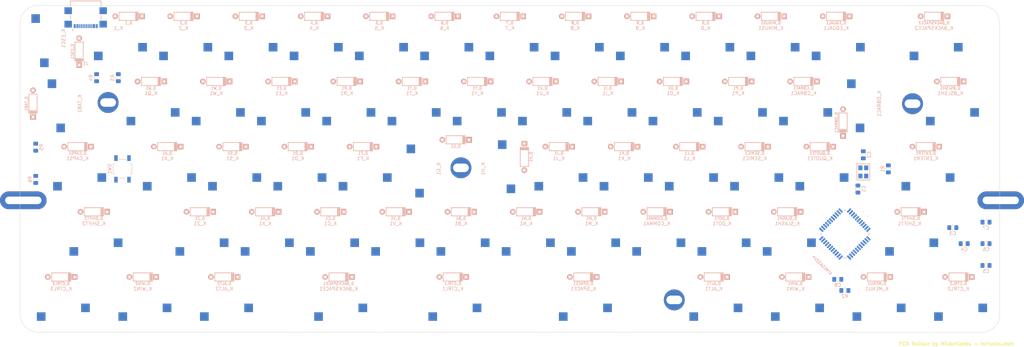
<source format=kicad_pcb>
(kicad_pcb (version 20171130) (host pcbnew "(5.1.6)-1")
  (layers (0 F.Cu signal) (31 B.Cu signal) (34 B.Paste user) (35 F.Paste user) (36 B.SilkS user) (37 F.SilkS user) (38 B.Mask user) (39 F.Mask user) (44 Edge.Cuts user))
  (net 0 "")
  (net 1 GND)
  (net 2 VCC)
  (net 3 "Net-(D_1-Pad2)")
  (net 4 "Net-(D_2-Pad2)")
  (net 5 "Net-(D_3-Pad2)")
  (net 6 "Net-(D_4-Pad2)")
  (net 7 "Net-(D_5-Pad2)")
  (net 8 "Net-(D_6-Pad2)")
  (net 9 "Net-(D_7-Pad2)")
  (net 10 "Net-(D_8-Pad2)")
  (net 11 "Net-(D_9-Pad2)")
  (net 12 "Net-(D_0-Pad2)")
  (net 13 "Net-(D_SHIFT1-Pad2)")
  (net 14 "Net-(D_BACKSPACE1-Pad2)")
  (net 15 "Net-(D_CTRL1-Pad2)")
  (net 16 "Net-(D_ALT1-Pad2)")
  (net 17 "Net-(D_WIN1-Pad2)")
  (net 18 "Net-(D_CTRL2-Pad2)")
  (net 19 "Net-(C1-Pad1)")
  (net 20 "Net-(C2-Pad1)")
  (net 21 "Net-(R1-Pad1)")
  (net 22 "Net-(R3-Pad1)")
  (net 23 "Net-(R4-Pad1)")
  (net 24 "Net-(U1-Pad1)")
  (net 25 "Net-(U1-Pad7)")
  (net 26 "Net-(U1-Pad31)")
  (net 27 "Net-(U1-Pad32)")
  (net 28 "Net-(U1-Pad36)")
  (net 29 "Net-(U1-Pad37)")
  (net 30 "Net-(U1-Pad42)")
  (net 31 +5V)
  (net 32 "Net-(C8-Pad1)")
  (net 33 row0)
  (net 34 "Net-(D_`1-Pad2)")
  (net 35 "Net-(D_A1-Pad2)")
  (net 36 row2)
  (net 37 row4)
  (net 38 "Net-(D_ALT2-Pad2)")
  (net 39 "Net-(D_B1-Pad2)")
  (net 40 row3)
  (net 41 "Net-(D_BACKSPACE2-Pad2)")
  (net 42 "Net-(D_BSLSH1-Pad2)")
  (net 43 row1)
  (net 44 "Net-(D_C1-Pad2)")
  (net 45 "Net-(D_CAPS1-Pad2)")
  (net 46 "Net-(D_CBRAC1-Pad2)")
  (net 47 "Net-(D_COMMA1-Pad2)")
  (net 48 "Net-(D_CTRL3-Pad2)")
  (net 49 "Net-(D_D1-Pad2)")
  (net 50 "Net-(D_DOT1-Pad2)")
  (net 51 "Net-(D_E1-Pad2)")
  (net 52 "Net-(D_ENTER1-Pad2)")
  (net 53 "Net-(D_EQUAL1-Pad2)")
  (net 54 "Net-(D_F1-Pad2)")
  (net 55 "Net-(D_G1-Pad2)")
  (net 56 "Net-(D_H1-Pad2)")
  (net 57 "Net-(D_I1-Pad2)")
  (net 58 "Net-(D_J1-Pad2)")
  (net 59 "Net-(D_K1-Pad2)")
  (net 60 "Net-(D_L1-Pad2)")
  (net 61 "Net-(D_M1-Pad2)")
  (net 62 "Net-(D_MENU1-Pad2)")
  (net 63 "Net-(D_MINUS1-Pad2)")
  (net 64 "Net-(D_N1-Pad2)")
  (net 65 "Net-(D_O1-Pad2)")
  (net 66 "Net-(D_OBRAC1-Pad2)")
  (net 67 "Net-(D_P1-Pad2)")
  (net 68 "Net-(D_Q1-Pad2)")
  (net 69 "Net-(D_QUOTE1-Pad2)")
  (net 70 "Net-(D_R1-Pad2)")
  (net 71 "Net-(D_S1-Pad2)")
  (net 72 "Net-(D_SEMIC1-Pad2)")
  (net 73 "Net-(D_SHIFT2-Pad2)")
  (net 74 "Net-(D_SLASH1-Pad2)")
  (net 75 "Net-(D_SPACE1-Pad2)")
  (net 76 "Net-(D_T1-Pad2)")
  (net 77 "Net-(D_TAB1-Pad2)")
  (net 78 "Net-(D_U1-Pad2)")
  (net 79 "Net-(D_V1-Pad2)")
  (net 80 "Net-(D_W1-Pad2)")
  (net 81 "Net-(D_WIN2-Pad2)")
  (net 82 "Net-(D_X1-Pad2)")
  (net 83 "Net-(D_Y1-Pad2)")
  (net 84 "Net-(D_Z1-Pad2)")
  (net 85 col10)
  (net 86 col1)
  (net 87 col2)
  (net 88 col3)
  (net 89 col4)
  (net 90 col5)
  (net 91 col6)
  (net 92 col7)
  (net 93 col8)
  (net 94 col9)
  (net 95 col0)
  (net 96 col13)
  (net 97 col11)
  (net 98 col12)
  (net 99 "Net-(R2-Pad2)")
  (net 100 "Net-(J1-PadA7)")
  (net 101 "Net-(J1-PadA6)")
  (net 102 "Net-(J1-PadA5)")
  (net 103 "Net-(J1-PadB5)")
  (net 104 "Net-(U1-Pad40)")
  (net 105 "Net-(J1-PadA8)")
  (net 106 "Net-(J1-PadB8)")
  (module MX_ALPS_Hybrid:MXOnly-1U-Hotswap (layer F.Cu) (at 158.1 166.762 90)
    (fp_text reference K_TAB1)
    (fp_text value KEYSW)
    (fp_text user %R (at 0 3.048 90) (layer B.SilkS) (effects (justify mirror)))
    (pad 2 smd rect (at 5.842 -5.08 90) (size 2.55 2.5) (layers B.Cu B.Paste B.Mask) (net 77 "Net-(D_TAB1-Pad2)"))
    (pad 1 smd rect (at -7.085 -2.54 90) (size 2.55 2.5) (layers B.Cu B.Paste B.Mask) (net 95 col0))
    (pad "" np_thru_hole circle (at 5.08 0 138.0996) (size 1.75 1.75) (drill 1.75) (layers *.Cu *.Mask))
    (pad "" np_thru_hole circle (at -5.08 0 138.0996) (size 1.75 1.75) (drill 1.75) (layers *.Cu *.Mask))
    (pad "" np_thru_hole circle (at -3.81 -2.54 90) (size 3 3) (drill 3) (layers *.Cu *.Mask))
    (pad "" np_thru_hole circle (at 0 0 90) (size 3.9878 3.9878) (drill 3.9878) (layers *.Cu *.Mask))
    (pad "" np_thru_hole circle (at 2.54 -5.08 90) (size 3 3) (drill 3) (layers *.Cu *.Mask))
  )
  (module keyboard_parts:D_axial (layer B.Cu) (at 343.838 141.212 180)
    (fp_text reference D_0 (at 0 -1.925) (layer B.SilkS) (effects (font (size 0.8 0.8)) (justify mirror)))
    (fp_text value D hide)
    (pad 2 thru_hole circle (at 3.9 0 180) (size 1.6 1.6) (drill 0.7) (layers *.Cu *.Mask B.SilkS) (net 12 "Net-(D_0-Pad2)"))
    (pad 1 thru_hole rect (at -3.9 0 180) (size 1.6 1.6) (drill 0.7) (layers *.Cu *.Mask B.SilkS) (net 33 row0))
  )
  (module keyboard_parts:D_axial (layer B.Cu) (at 175.388 141.212 180)
    (fp_text reference D_1 (at 0 -1.925) (layer B.SilkS) (effects (font (size 0.8 0.8)) (justify mirror)))
    (fp_text value D hide)
    (pad 2 thru_hole circle (at 3.9 0 180) (size 1.6 1.6) (drill 0.7) (layers *.Cu *.Mask B.SilkS) (net 3 "Net-(D_1-Pad2)"))
    (pad 1 thru_hole rect (at -3.9 0 180) (size 1.6 1.6) (drill 0.7) (layers *.Cu *.Mask B.SilkS) (net 33 row0))
  )
  (module keyboard_parts:D_axial (layer B.Cu) (at 191.438 141.212 180)
    (fp_text reference D_2 (at 0 -1.925) (layer B.SilkS) (effects (font (size 0.8 0.8)) (justify mirror)))
    (fp_text value D hide)
    (pad 2 thru_hole circle (at 3.9 0 180) (size 1.6 1.6) (drill 0.7) (layers *.Cu *.Mask B.SilkS) (net 4 "Net-(D_2-Pad2)"))
    (pad 1 thru_hole rect (at -3.9 0 180) (size 1.6 1.6) (drill 0.7) (layers *.Cu *.Mask B.SilkS) (net 33 row0))
  )
  (module keyboard_parts:D_axial (layer B.Cu) (at 210.488 141.212 180)
    (fp_text reference D_3 (at 0 -1.925) (layer B.SilkS) (effects (font (size 0.8 0.8)) (justify mirror)))
    (fp_text value D hide)
    (pad 2 thru_hole circle (at 3.9 0 180) (size 1.6 1.6) (drill 0.7) (layers *.Cu *.Mask B.SilkS) (net 5 "Net-(D_3-Pad2)"))
    (pad 1 thru_hole rect (at -3.9 0 180) (size 1.6 1.6) (drill 0.7) (layers *.Cu *.Mask B.SilkS) (net 33 row0))
  )
  (module keyboard_parts:D_axial (layer B.Cu) (at 229.538 141.212 180)
    (fp_text reference D_4 (at 0 -1.925) (layer B.SilkS) (effects (font (size 0.8 0.8)) (justify mirror)))
    (fp_text value D hide)
    (pad 2 thru_hole circle (at 3.9 0 180) (size 1.6 1.6) (drill 0.7) (layers *.Cu *.Mask B.SilkS) (net 6 "Net-(D_4-Pad2)"))
    (pad 1 thru_hole rect (at -3.9 0 180) (size 1.6 1.6) (drill 0.7) (layers *.Cu *.Mask B.SilkS) (net 33 row0))
  )
  (module keyboard_parts:D_axial (layer B.Cu) (at 248.588 141.212 180)
    (fp_text reference D_5 (at 0 -1.925) (layer B.SilkS) (effects (font (size 0.8 0.8)) (justify mirror)))
    (fp_text value D hide)
    (pad 2 thru_hole circle (at 3.9 0 180) (size 1.6 1.6) (drill 0.7) (layers *.Cu *.Mask B.SilkS) (net 7 "Net-(D_5-Pad2)"))
    (pad 1 thru_hole rect (at -3.9 0 180) (size 1.6 1.6) (drill 0.7) (layers *.Cu *.Mask B.SilkS) (net 33 row0))
  )
  (module keyboard_parts:D_axial (layer B.Cu) (at 267.638 141.212 180)
    (fp_text reference D_6 (at 0 -1.925) (layer B.SilkS) (effects (font (size 0.8 0.8)) (justify mirror)))
    (fp_text value D hide)
    (pad 2 thru_hole circle (at 3.9 0 180) (size 1.6 1.6) (drill 0.7) (layers *.Cu *.Mask B.SilkS) (net 8 "Net-(D_6-Pad2)"))
    (pad 1 thru_hole rect (at -3.9 0 180) (size 1.6 1.6) (drill 0.7) (layers *.Cu *.Mask B.SilkS) (net 33 row0))
  )
  (module keyboard_parts:D_axial (layer B.Cu) (at 286.688 141.212 180)
    (fp_text reference D_7 (at 0 -1.925) (layer B.SilkS) (effects (font (size 0.8 0.8)) (justify mirror)))
    (fp_text value D hide)
    (pad 2 thru_hole circle (at 3.9 0 180) (size 1.6 1.6) (drill 0.7) (layers *.Cu *.Mask B.SilkS) (net 9 "Net-(D_7-Pad2)"))
    (pad 1 thru_hole rect (at -3.9 0 180) (size 1.6 1.6) (drill 0.7) (layers *.Cu *.Mask B.SilkS) (net 33 row0))
  )
  (module keyboard_parts:D_axial (layer B.Cu) (at 305.738 141.212 180)
    (fp_text reference D_8 (at 0 -1.925) (layer B.SilkS) (effects (font (size 0.8 0.8)) (justify mirror)))
    (fp_text value D hide)
    (pad 2 thru_hole circle (at 3.9 0 180) (size 1.6 1.6) (drill 0.7) (layers *.Cu *.Mask B.SilkS) (net 10 "Net-(D_8-Pad2)"))
    (pad 1 thru_hole rect (at -3.9 0 180) (size 1.6 1.6) (drill 0.7) (layers *.Cu *.Mask B.SilkS) (net 33 row0))
  )
  (module keyboard_parts:D_axial (layer B.Cu) (at 324.788 141.212 180)
    (fp_text reference D_9 (at 0 -1.925) (layer B.SilkS) (effects (font (size 0.8 0.8)) (justify mirror)))
    (fp_text value D hide)
    (pad 2 thru_hole circle (at 3.9 0 180) (size 1.6 1.6) (drill 0.7) (layers *.Cu *.Mask B.SilkS) (net 11 "Net-(D_9-Pad2)"))
    (pad 1 thru_hole rect (at -3.9 0 180) (size 1.6 1.6) (drill 0.7) (layers *.Cu *.Mask B.SilkS) (net 33 row0))
  )
  (module keyboard_parts:D_axial (layer B.Cu) (at 160.97 151.53 90)
    (fp_text reference D_ESC1 (at 0 -1.925 90) (layer B.SilkS) (effects (font (size 0.8 0.8)) (justify mirror)))
    (fp_text value D hide)
    (pad 2 thru_hole circle (at 3.9 0 90) (size 1.6 1.6) (drill 0.7) (layers *.Cu *.Mask B.SilkS) (net 34 "Net-(D_`1-Pad2)"))
    (pad 1 thru_hole rect (at -3.9 0 90) (size 1.6 1.6) (drill 0.7) (layers *.Cu *.Mask B.SilkS) (net 33 row0))
  )
  (module keyboard_parts:D_axial (layer B.Cu) (at 186.675 179.312 180)
    (fp_text reference D_A1 (at 0 -1.925) (layer B.SilkS) (effects (font (size 0.8 0.8)) (justify mirror)))
    (fp_text value D hide)
    (pad 2 thru_hole circle (at 3.9 0 180) (size 1.6 1.6) (drill 0.7) (layers *.Cu *.Mask B.SilkS) (net 35 "Net-(D_A1-Pad2)"))
    (pad 1 thru_hole rect (at -3.9 0 180) (size 1.6 1.6) (drill 0.7) (layers *.Cu *.Mask B.SilkS) (net 36 row2))
  )
  (module keyboard_parts:D_axial (layer B.Cu) (at 346.219 217.412 180)
    (fp_text reference D_ALT1 (at 0 -1.925) (layer B.SilkS) (effects (font (size 0.8 0.8)) (justify mirror)))
    (fp_text value D hide)
    (pad 2 thru_hole circle (at 3.9 0 180) (size 1.6 1.6) (drill 0.7) (layers *.Cu *.Mask B.SilkS) (net 16 "Net-(D_ALT1-Pad2)"))
    (pad 1 thru_hole rect (at -3.9 0 180) (size 1.6 1.6) (drill 0.7) (layers *.Cu *.Mask B.SilkS) (net 37 row4))
  )
  (module keyboard_parts:D_axial (layer B.Cu) (at 203.344 217.412 180)
    (fp_text reference D_ALT2 (at 0 -1.925) (layer B.SilkS) (effects (font (size 0.8 0.8)) (justify mirror)))
    (fp_text value D hide)
    (pad 2 thru_hole circle (at 3.9 0 180) (size 1.6 1.6) (drill 0.7) (layers *.Cu *.Mask B.SilkS) (net 38 "Net-(D_ALT2-Pad2)"))
    (pad 1 thru_hole rect (at -3.9 0 180) (size 1.6 1.6) (drill 0.7) (layers *.Cu *.Mask B.SilkS) (net 37 row4))
  )
  (module keyboard_parts:D_axial (layer B.Cu) (at 272.4 198.362 180)
    (fp_text reference D_B1 (at 0 -1.925) (layer B.SilkS) (effects (font (size 0.8 0.8)) (justify mirror)))
    (fp_text value D hide)
    (pad 2 thru_hole circle (at 3.9 0 180) (size 1.6 1.6) (drill 0.7) (layers *.Cu *.Mask B.SilkS) (net 39 "Net-(D_B1-Pad2)"))
    (pad 1 thru_hole rect (at -3.9 0 180) (size 1.6 1.6) (drill 0.7) (layers *.Cu *.Mask B.SilkS) (net 40 row3))
  )
  (module keyboard_parts:D_axial (layer B.Cu) (at 236.681 217.412 180)
    (fp_text reference D_BACKSPACE1 (at 0 -1.925) (layer B.SilkS) (effects (font (size 0.8 0.8)) (justify mirror)))
    (fp_text value D hide)
    (pad 2 thru_hole circle (at 3.9 0 180) (size 1.6 1.6) (drill 0.7) (layers *.Cu *.Mask B.SilkS) (net 14 "Net-(D_BACKSPACE1-Pad2)"))
    (pad 1 thru_hole rect (at -3.9 0 180) (size 1.6 1.6) (drill 0.7) (layers *.Cu *.Mask B.SilkS) (net 37 row4))
  )
  (module keyboard_parts:D_axial (layer B.Cu) (at 410.512 141.212 180)
    (fp_text reference D_BACKSPACE2 (at 0 -1.925) (layer B.SilkS) (effects (font (size 0.8 0.8)) (justify mirror)))
    (fp_text value D hide)
    (pad 2 thru_hole circle (at 3.9 0 180) (size 1.6 1.6) (drill 0.7) (layers *.Cu *.Mask B.SilkS) (net 41 "Net-(D_BACKSPACE2-Pad2)"))
    (pad 1 thru_hole rect (at -3.9 0 180) (size 1.6 1.6) (drill 0.7) (layers *.Cu *.Mask B.SilkS) (net 33 row0))
  )
  (module keyboard_parts:D_axial (layer B.Cu) (at 415.275 160.262 180)
    (fp_text reference D_BSLSH1 (at 0 -1.925) (layer B.SilkS) (effects (font (size 0.8 0.8)) (justify mirror)))
    (fp_text value D hide)
    (pad 2 thru_hole circle (at 3.9 0 180) (size 1.6 1.6) (drill 0.7) (layers *.Cu *.Mask B.SilkS) (net 42 "Net-(D_BSLSH1-Pad2)"))
    (pad 1 thru_hole rect (at -3.9 0 180) (size 1.6 1.6) (drill 0.7) (layers *.Cu *.Mask B.SilkS) (net 43 row1))
  )
  (module keyboard_parts:D_axial (layer B.Cu) (at 234.3 198.362 180)
    (fp_text reference D_C1 (at 0 -1.925) (layer B.SilkS) (effects (font (size 0.8 0.8)) (justify mirror)))
    (fp_text value D hide)
    (pad 2 thru_hole circle (at 3.9 0 180) (size 1.6 1.6) (drill 0.7) (layers *.Cu *.Mask B.SilkS) (net 44 "Net-(D_C1-Pad2)"))
    (pad 1 thru_hole rect (at -3.9 0 180) (size 1.6 1.6) (drill 0.7) (layers *.Cu *.Mask B.SilkS) (net 40 row3))
  )
  (module keyboard_parts:D_axial (layer B.Cu) (at 160.481 179.312 180)
    (fp_text reference D_CAPS1 (at 0 -1.925) (layer B.SilkS) (effects (font (size 0.8 0.8)) (justify mirror)))
    (fp_text value D hide)
    (pad 2 thru_hole circle (at 3.9 0 180) (size 1.6 1.6) (drill 0.7) (layers *.Cu *.Mask B.SilkS) (net 45 "Net-(D_CAPS1-Pad2)"))
    (pad 1 thru_hole rect (at -3.9 0 180) (size 1.6 1.6) (drill 0.7) (layers *.Cu *.Mask B.SilkS) (net 36 row2))
  )
  (module keyboard_parts:D_axial (layer B.Cu) (at 372.412 160.262 180)
    (fp_text reference D_CBRAC1 (at 0 -1.925) (layer B.SilkS) (effects (font (size 0.8 0.8)) (justify mirror)))
    (fp_text value D hide)
    (pad 2 thru_hole circle (at 3.9 0 180) (size 1.6 1.6) (drill 0.7) (layers *.Cu *.Mask B.SilkS) (net 46 "Net-(D_CBRAC1-Pad2)"))
    (pad 1 thru_hole rect (at -3.9 0 180) (size 1.6 1.6) (drill 0.7) (layers *.Cu *.Mask B.SilkS) (net 43 row1))
  )
  (module keyboard_parts:D_axial (layer B.Cu) (at 329.55 198.362 180)
    (fp_text reference D_COMMA1 (at 0 -1.925) (layer B.SilkS) (effects (font (size 0.8 0.8)) (justify mirror)))
    (fp_text value D hide)
    (pad 2 thru_hole circle (at 3.9 0 180) (size 1.6 1.6) (drill 0.7) (layers *.Cu *.Mask B.SilkS) (net 47 "Net-(D_COMMA1-Pad2)"))
    (pad 1 thru_hole rect (at -3.9 0 180) (size 1.6 1.6) (drill 0.7) (layers *.Cu *.Mask B.SilkS) (net 40 row3))
  )
  (module keyboard_parts:D_axial (layer B.Cu) (at 270.019 217.412 180)
    (fp_text reference D_CTRL1 (at 0 -1.925) (layer B.SilkS) (effects (font (size 0.8 0.8)) (justify mirror)))
    (fp_text value D hide)
    (pad 2 thru_hole circle (at 3.9 0 180) (size 1.6 1.6) (drill 0.7) (layers *.Cu *.Mask B.SilkS) (net 15 "Net-(D_CTRL1-Pad2)"))
    (pad 1 thru_hole rect (at -3.9 0 180) (size 1.6 1.6) (drill 0.7) (layers *.Cu *.Mask B.SilkS) (net 37 row4))
  )
  (module keyboard_parts:D_axial (layer B.Cu) (at 417.656 217.412 180)
    (fp_text reference D_CTRL2 (at 0 -1.925) (layer B.SilkS) (effects (font (size 0.8 0.8)) (justify mirror)))
    (fp_text value D hide)
    (pad 2 thru_hole circle (at 3.9 0 180) (size 1.6 1.6) (drill 0.7) (layers *.Cu *.Mask B.SilkS) (net 18 "Net-(D_CTRL2-Pad2)"))
    (pad 1 thru_hole rect (at -3.9 0 180) (size 1.6 1.6) (drill 0.7) (layers *.Cu *.Mask B.SilkS) (net 37 row4))
  )
  (module keyboard_parts:D_axial (layer B.Cu) (at 155.719 217.412 180)
    (fp_text reference D_CTRL3 (at 0 -1.925) (layer B.SilkS) (effects (font (size 0.8 0.8)) (justify mirror)))
    (fp_text value D hide)
    (pad 2 thru_hole circle (at 3.9 0 180) (size 1.6 1.6) (drill 0.7) (layers *.Cu *.Mask B.SilkS) (net 48 "Net-(D_CTRL3-Pad2)"))
    (pad 1 thru_hole rect (at -3.9 0 180) (size 1.6 1.6) (drill 0.7) (layers *.Cu *.Mask B.SilkS) (net 37 row4))
  )
  (module keyboard_parts:D_axial (layer B.Cu) (at 224.775 179.312 180)
    (fp_text reference D_D1 (at 0 -1.925) (layer B.SilkS) (effects (font (size 0.8 0.8)) (justify mirror)))
    (fp_text value D hide)
    (pad 2 thru_hole circle (at 3.9 0 180) (size 1.6 1.6) (drill 0.7) (layers *.Cu *.Mask B.SilkS) (net 49 "Net-(D_D1-Pad2)"))
    (pad 1 thru_hole rect (at -3.9 0 180) (size 1.6 1.6) (drill 0.7) (layers *.Cu *.Mask B.SilkS) (net 36 row2))
  )
  (module keyboard_parts:D_axial (layer B.Cu) (at 348.6 198.362 180)
    (fp_text reference D_DOT1 (at 0 -1.925) (layer B.SilkS) (effects (font (size 0.8 0.8)) (justify mirror)))
    (fp_text value D hide)
    (pad 2 thru_hole circle (at 3.9 0 180) (size 1.6 1.6) (drill 0.7) (layers *.Cu *.Mask B.SilkS) (net 50 "Net-(D_DOT1-Pad2)"))
    (pad 1 thru_hole rect (at -3.9 0 180) (size 1.6 1.6) (drill 0.7) (layers *.Cu *.Mask B.SilkS) (net 40 row3))
  )
  (module keyboard_parts:D_axial (layer B.Cu) (at 220.012 160.262 180)
    (fp_text reference D_E1 (at 0 -1.925) (layer B.SilkS) (effects (font (size 0.8 0.8)) (justify mirror)))
    (fp_text value D hide)
    (pad 2 thru_hole circle (at 3.9 0 180) (size 1.6 1.6) (drill 0.7) (layers *.Cu *.Mask B.SilkS) (net 51 "Net-(D_E1-Pad2)"))
    (pad 1 thru_hole rect (at -3.9 0 180) (size 1.6 1.6) (drill 0.7) (layers *.Cu *.Mask B.SilkS) (net 43 row1))
  )
  (module keyboard_parts:D_axial (layer B.Cu) (at 408.131 179.312 180)
    (fp_text reference D_ENTER1 (at 0 -1.925) (layer B.SilkS) (effects (font (size 0.8 0.8)) (justify mirror)))
    (fp_text value D hide)
    (pad 2 thru_hole circle (at 3.9 0 180) (size 1.6 1.6) (drill 0.7) (layers *.Cu *.Mask B.SilkS) (net 52 "Net-(D_ENTER1-Pad2)"))
    (pad 1 thru_hole rect (at -3.9 0 180) (size 1.6 1.6) (drill 0.7) (layers *.Cu *.Mask B.SilkS) (net 36 row2))
  )
  (module keyboard_parts:D_axial (layer B.Cu) (at 381.938 141.212 180)
    (fp_text reference D_EQUAL1 (at 0 -1.925) (layer B.SilkS) (effects (font (size 0.8 0.8)) (justify mirror)))
    (fp_text value D hide)
    (pad 2 thru_hole circle (at 3.9 0 180) (size 1.6 1.6) (drill 0.7) (layers *.Cu *.Mask B.SilkS) (net 53 "Net-(D_EQUAL1-Pad2)"))
    (pad 1 thru_hole rect (at -3.9 0 180) (size 1.6 1.6) (drill 0.7) (layers *.Cu *.Mask B.SilkS) (net 33 row0))
  )
  (module keyboard_parts:D_axial (layer B.Cu) (at 243.825 179.312 180)
    (fp_text reference D_F1 (at 0 -1.925) (layer B.SilkS) (effects (font (size 0.8 0.8)) (justify mirror)))
    (fp_text value D hide)
    (pad 2 thru_hole circle (at 3.9 0 180) (size 1.6 1.6) (drill 0.7) (layers *.Cu *.Mask B.SilkS) (net 54 "Net-(D_F1-Pad2)"))
    (pad 1 thru_hole rect (at -3.9 0 180) (size 1.6 1.6) (drill 0.7) (layers *.Cu *.Mask B.SilkS) (net 36 row2))
  )
  (module keyboard_parts:D_axial (layer B.Cu) (at 270.875 177.312 180)
    (fp_text reference D_G1 (at 0 -1.925) (layer B.SilkS) (effects (font (size 0.8 0.8)) (justify mirror)))
    (fp_text value D hide)
    (pad 2 thru_hole circle (at 3.9 0 180) (size 1.6 1.6) (drill 0.7) (layers *.Cu *.Mask B.SilkS) (net 55 "Net-(D_G1-Pad2)"))
    (pad 1 thru_hole rect (at -3.9 0 180) (size 1.6 1.6) (drill 0.7) (layers *.Cu *.Mask B.SilkS) (net 36 row2))
  )
  (module keyboard_parts:D_axial (layer B.Cu) (at 290.925 182.312 270)
    (fp_text reference D_H1 (at 0 -1.925 90) (layer B.SilkS) (effects (font (size 0.8 0.8)) (justify mirror)))
    (fp_text value D hide)
    (pad 2 thru_hole circle (at 3.9 0 270) (size 1.6 1.6) (drill 0.7) (layers *.Cu *.Mask B.SilkS) (net 56 "Net-(D_H1-Pad2)"))
    (pad 1 thru_hole rect (at -3.9 0 270) (size 1.6 1.6) (drill 0.7) (layers *.Cu *.Mask B.SilkS) (net 36 row2))
  )
  (module keyboard_parts:D_axial (layer B.Cu) (at 315.262 160.262 180)
    (fp_text reference D_I1 (at 0 -1.925) (layer B.SilkS) (effects (font (size 0.8 0.8)) (justify mirror)))
    (fp_text value D hide)
    (pad 2 thru_hole circle (at 3.9 0 180) (size 1.6 1.6) (drill 0.7) (layers *.Cu *.Mask B.SilkS) (net 57 "Net-(D_I1-Pad2)"))
    (pad 1 thru_hole rect (at -3.9 0 180) (size 1.6 1.6) (drill 0.7) (layers *.Cu *.Mask B.SilkS) (net 43 row1))
  )
  (module keyboard_parts:D_axial (layer B.Cu) (at 300.975 179.312 180)
    (fp_text reference D_J1 (at 0 -1.925) (layer B.SilkS) (effects (font (size 0.8 0.8)) (justify mirror)))
    (fp_text value D hide)
    (pad 2 thru_hole circle (at 3.9 0 180) (size 1.6 1.6) (drill 0.7) (layers *.Cu *.Mask B.SilkS) (net 58 "Net-(D_J1-Pad2)"))
    (pad 1 thru_hole rect (at -3.9 0 180) (size 1.6 1.6) (drill 0.7) (layers *.Cu *.Mask B.SilkS) (net 36 row2))
  )
  (module keyboard_parts:D_axial (layer B.Cu) (at 320.025 179.312 180)
    (fp_text reference D_K1 (at 0 -1.925) (layer B.SilkS) (effects (font (size 0.8 0.8)) (justify mirror)))
    (fp_text value D hide)
    (pad 2 thru_hole circle (at 3.9 0 180) (size 1.6 1.6) (drill 0.7) (layers *.Cu *.Mask B.SilkS) (net 59 "Net-(D_K1-Pad2)"))
    (pad 1 thru_hole rect (at -3.9 0 180) (size 1.6 1.6) (drill 0.7) (layers *.Cu *.Mask B.SilkS) (net 36 row2))
  )
  (module keyboard_parts:D_axial (layer B.Cu) (at 339.075 179.312 180)
    (fp_text reference D_L1 (at 0 -1.925) (layer B.SilkS) (effects (font (size 0.8 0.8)) (justify mirror)))
    (fp_text value D hide)
    (pad 2 thru_hole circle (at 3.9 0 180) (size 1.6 1.6) (drill 0.7) (layers *.Cu *.Mask B.SilkS) (net 60 "Net-(D_L1-Pad2)"))
    (pad 1 thru_hole rect (at -3.9 0 180) (size 1.6 1.6) (drill 0.7) (layers *.Cu *.Mask B.SilkS) (net 36 row2))
  )
  (module keyboard_parts:D_axial (layer B.Cu) (at 310.5 198.362 180)
    (fp_text reference D_M1 (at 0 -1.925) (layer B.SilkS) (effects (font (size 0.8 0.8)) (justify mirror)))
    (fp_text value D hide)
    (pad 2 thru_hole circle (at 3.9 0 180) (size 1.6 1.6) (drill 0.7) (layers *.Cu *.Mask B.SilkS) (net 61 "Net-(D_M1-Pad2)"))
    (pad 1 thru_hole rect (at -3.9 0 180) (size 1.6 1.6) (drill 0.7) (layers *.Cu *.Mask B.SilkS) (net 40 row3))
  )
  (module keyboard_parts:D_axial (layer B.Cu) (at 393.844 217.412 180)
    (fp_text reference D_MENU1 (at 0 -1.925) (layer B.SilkS) (effects (font (size 0.8 0.8)) (justify mirror)))
    (fp_text value D hide)
    (pad 2 thru_hole circle (at 3.9 0 180) (size 1.6 1.6) (drill 0.7) (layers *.Cu *.Mask B.SilkS) (net 62 "Net-(D_MENU1-Pad2)"))
    (pad 1 thru_hole rect (at -3.9 0 180) (size 1.6 1.6) (drill 0.7) (layers *.Cu *.Mask B.SilkS) (net 37 row4))
  )
  (module keyboard_parts:D_axial (layer B.Cu) (at 362.888 141.212 180)
    (fp_text reference D_MINUS1 (at 0 -1.925) (layer B.SilkS) (effects (font (size 0.8 0.8)) (justify mirror)))
    (fp_text value D hide)
    (pad 2 thru_hole circle (at 3.9 0 180) (size 1.6 1.6) (drill 0.7) (layers *.Cu *.Mask B.SilkS) (net 63 "Net-(D_MINUS1-Pad2)"))
    (pad 1 thru_hole rect (at -3.9 0 180) (size 1.6 1.6) (drill 0.7) (layers *.Cu *.Mask B.SilkS) (net 33 row0))
  )
  (module keyboard_parts:D_axial (layer B.Cu) (at 291.45 198.362 180)
    (fp_text reference D_N1 (at 0 -1.925) (layer B.SilkS) (effects (font (size 0.8 0.8)) (justify mirror)))
    (fp_text value D hide)
    (pad 2 thru_hole circle (at 3.9 0 180) (size 1.6 1.6) (drill 0.7) (layers *.Cu *.Mask B.SilkS) (net 64 "Net-(D_N1-Pad2)"))
    (pad 1 thru_hole rect (at -3.9 0 180) (size 1.6 1.6) (drill 0.7) (layers *.Cu *.Mask B.SilkS) (net 40 row3))
  )
  (module keyboard_parts:D_axial (layer B.Cu) (at 334.312 160.262 180)
    (fp_text reference D_O1 (at 0 -1.925) (layer B.SilkS) (effects (font (size 0.8 0.8)) (justify mirror)))
    (fp_text value D hide)
    (pad 2 thru_hole circle (at 3.9 0 180) (size 1.6 1.6) (drill 0.7) (layers *.Cu *.Mask B.SilkS) (net 65 "Net-(D_O1-Pad2)"))
    (pad 1 thru_hole rect (at -3.9 0 180) (size 1.6 1.6) (drill 0.7) (layers *.Cu *.Mask B.SilkS) (net 43 row1))
  )
  (module keyboard_parts:D_axial (layer B.Cu) (at 383.968 172.262 90)
    (fp_text reference D_OBRAC1 (at 0 -1.925 90) (layer B.SilkS) (effects (font (size 0.8 0.8)) (justify mirror)))
    (fp_text value D hide)
    (pad 2 thru_hole circle (at 3.9 0 90) (size 1.6 1.6) (drill 0.7) (layers *.Cu *.Mask B.SilkS) (net 66 "Net-(D_OBRAC1-Pad2)"))
    (pad 1 thru_hole rect (at -3.9 0 90) (size 1.6 1.6) (drill 0.7) (layers *.Cu *.Mask B.SilkS) (net 43 row1))
  )
  (module keyboard_parts:D_axial (layer B.Cu) (at 353.362 160.262 180)
    (fp_text reference D_P1 (at 0 -1.925) (layer B.SilkS) (effects (font (size 0.8 0.8)) (justify mirror)))
    (fp_text value D hide)
    (pad 2 thru_hole circle (at 3.9 0 180) (size 1.6 1.6) (drill 0.7) (layers *.Cu *.Mask B.SilkS) (net 67 "Net-(D_P1-Pad2)"))
    (pad 1 thru_hole rect (at -3.9 0 180) (size 1.6 1.6) (drill 0.7) (layers *.Cu *.Mask B.SilkS) (net 43 row1))
  )
  (module keyboard_parts:D_axial (layer B.Cu) (at 181.912 160.262 180)
    (fp_text reference D_Q1 (at 0 -1.925) (layer B.SilkS) (effects (font (size 0.8 0.8)) (justify mirror)))
    (fp_text value D hide)
    (pad 2 thru_hole circle (at 3.9 0 180) (size 1.6 1.6) (drill 0.7) (layers *.Cu *.Mask B.SilkS) (net 68 "Net-(D_Q1-Pad2)"))
    (pad 1 thru_hole rect (at -3.9 0 180) (size 1.6 1.6) (drill 0.7) (layers *.Cu *.Mask B.SilkS) (net 43 row1))
  )
  (module keyboard_parts:D_axial (layer B.Cu) (at 377.175 179.312 180)
    (fp_text reference D_QUOTE1 (at 0 -1.925) (layer B.SilkS) (effects (font (size 0.8 0.8)) (justify mirror)))
    (fp_text value D hide)
    (pad 2 thru_hole circle (at 3.9 0 180) (size 1.6 1.6) (drill 0.7) (layers *.Cu *.Mask B.SilkS) (net 69 "Net-(D_QUOTE1-Pad2)"))
    (pad 1 thru_hole rect (at -3.9 0 180) (size 1.6 1.6) (drill 0.7) (layers *.Cu *.Mask B.SilkS) (net 36 row2))
  )
  (module keyboard_parts:D_axial (layer B.Cu) (at 239.062 160.262 180)
    (fp_text reference D_R1 (at 0 -1.925) (layer B.SilkS) (effects (font (size 0.8 0.8)) (justify mirror)))
    (fp_text value D hide)
    (pad 2 thru_hole circle (at 3.9 0 180) (size 1.6 1.6) (drill 0.7) (layers *.Cu *.Mask B.SilkS) (net 70 "Net-(D_R1-Pad2)"))
    (pad 1 thru_hole rect (at -3.9 0 180) (size 1.6 1.6) (drill 0.7) (layers *.Cu *.Mask B.SilkS) (net 43 row1))
  )
  (module keyboard_parts:D_axial (layer B.Cu) (at 205.725 179.312 180)
    (fp_text reference D_S1 (at 0 -1.925) (layer B.SilkS) (effects (font (size 0.8 0.8)) (justify mirror)))
    (fp_text value D hide)
    (pad 2 thru_hole circle (at 3.9 0 180) (size 1.6 1.6) (drill 0.7) (layers *.Cu *.Mask B.SilkS) (net 71 "Net-(D_S1-Pad2)"))
    (pad 1 thru_hole rect (at -3.9 0 180) (size 1.6 1.6) (drill 0.7) (layers *.Cu *.Mask B.SilkS) (net 36 row2))
  )
  (module keyboard_parts:D_axial (layer B.Cu) (at 358.125 179.312 180)
    (fp_text reference D_SEMIC1 (at 0 -1.925) (layer B.SilkS) (effects (font (size 0.8 0.8)) (justify mirror)))
    (fp_text value D hide)
    (pad 2 thru_hole circle (at 3.9 0 180) (size 1.6 1.6) (drill 0.7) (layers *.Cu *.Mask B.SilkS) (net 72 "Net-(D_SEMIC1-Pad2)"))
    (pad 1 thru_hole rect (at -3.9 0 180) (size 1.6 1.6) (drill 0.7) (layers *.Cu *.Mask B.SilkS) (net 36 row2))
  )
  (module keyboard_parts:D_axial (layer B.Cu) (at 403.7 198.362 180)
    (fp_text reference D_SHIFT1 (at 0 -1.925) (layer B.SilkS) (effects (font (size 0.8 0.8)) (justify mirror)))
    (fp_text value D hide)
    (pad 2 thru_hole circle (at 3.9 0 180) (size 1.6 1.6) (drill 0.7) (layers *.Cu *.Mask B.SilkS) (net 13 "Net-(D_SHIFT1-Pad2)"))
    (pad 1 thru_hole rect (at -3.9 0 180) (size 1.6 1.6) (drill 0.7) (layers *.Cu *.Mask B.SilkS) (net 40 row3))
  )
  (module keyboard_parts:D_axial (layer B.Cu) (at 165.244 198.362 180)
    (fp_text reference D_SHIFT2 (at 0 -1.925) (layer B.SilkS) (effects (font (size 0.8 0.8)) (justify mirror)))
    (fp_text value D hide)
    (pad 2 thru_hole circle (at 3.9 0 180) (size 1.6 1.6) (drill 0.7) (layers *.Cu *.Mask B.SilkS) (net 73 "Net-(D_SHIFT2-Pad2)"))
    (pad 1 thru_hole rect (at -3.9 0 180) (size 1.6 1.6) (drill 0.7) (layers *.Cu *.Mask B.SilkS) (net 40 row3))
  )
  (module keyboard_parts:D_axial (layer B.Cu) (at 367.65 198.362 180)
    (fp_text reference D_SLASH1 (at 0 -1.925) (layer B.SilkS) (effects (font (size 0.8 0.8)) (justify mirror)))
    (fp_text value D hide)
    (pad 2 thru_hole circle (at 3.9 0 180) (size 1.6 1.6) (drill 0.7) (layers *.Cu *.Mask B.SilkS) (net 74 "Net-(D_SLASH1-Pad2)"))
    (pad 1 thru_hole rect (at -3.9 0 180) (size 1.6 1.6) (drill 0.7) (layers *.Cu *.Mask B.SilkS) (net 40 row3))
  )
  (module keyboard_parts:D_axial (layer B.Cu) (at 308.119 217.412 180)
    (fp_text reference D_SPACE1 (at 0 -1.925) (layer B.SilkS) (effects (font (size 0.8 0.8)) (justify mirror)))
    (fp_text value D hide)
    (pad 2 thru_hole circle (at 3.9 0 180) (size 1.6 1.6) (drill 0.7) (layers *.Cu *.Mask B.SilkS) (net 75 "Net-(D_SPACE1-Pad2)"))
    (pad 1 thru_hole rect (at -3.9 0 180) (size 1.6 1.6) (drill 0.7) (layers *.Cu *.Mask B.SilkS) (net 37 row4))
  )
  (module keyboard_parts:D_axial (layer B.Cu) (at 258.112 160.262 180)
    (fp_text reference D_T1 (at 0 -1.925) (layer B.SilkS) (effects (font (size 0.8 0.8)) (justify mirror)))
    (fp_text value D hide)
    (pad 2 thru_hole circle (at 3.9 0 180) (size 1.6 1.6) (drill 0.7) (layers *.Cu *.Mask B.SilkS) (net 76 "Net-(D_T1-Pad2)"))
    (pad 1 thru_hole rect (at -3.9 0 180) (size 1.6 1.6) (drill 0.7) (layers *.Cu *.Mask B.SilkS) (net 43 row1))
  )
  (module keyboard_parts:D_axial (layer B.Cu) (at 147.5 166.762 90)
    (fp_text reference D_TAB1 (at 0 -1.925 90) (layer B.SilkS) (effects (font (size 0.8 0.8)) (justify mirror)))
    (fp_text value D hide)
    (pad 2 thru_hole circle (at 3.9 0 90) (size 1.6 1.6) (drill 0.7) (layers *.Cu *.Mask B.SilkS) (net 77 "Net-(D_TAB1-Pad2)"))
    (pad 1 thru_hole rect (at -3.9 0 90) (size 1.6 1.6) (drill 0.7) (layers *.Cu *.Mask B.SilkS) (net 43 row1))
  )
  (module keyboard_parts:D_axial (layer B.Cu) (at 296.212 160.262 180)
    (fp_text reference D_U1 (at 0 -1.925) (layer B.SilkS) (effects (font (size 0.8 0.8)) (justify mirror)))
    (fp_text value D hide)
    (pad 2 thru_hole circle (at 3.9 0 180) (size 1.6 1.6) (drill 0.7) (layers *.Cu *.Mask B.SilkS) (net 78 "Net-(D_U1-Pad2)"))
    (pad 1 thru_hole rect (at -3.9 0 180) (size 1.6 1.6) (drill 0.7) (layers *.Cu *.Mask B.SilkS) (net 43 row1))
  )
  (module keyboard_parts:D_axial (layer B.Cu) (at 253.35 198.362 180)
    (fp_text reference D_V1 (at 0 -1.925) (layer B.SilkS) (effects (font (size 0.8 0.8)) (justify mirror)))
    (fp_text value D hide)
    (pad 2 thru_hole circle (at 3.9 0 180) (size 1.6 1.6) (drill 0.7) (layers *.Cu *.Mask B.SilkS) (net 79 "Net-(D_V1-Pad2)"))
    (pad 1 thru_hole rect (at -3.9 0 180) (size 1.6 1.6) (drill 0.7) (layers *.Cu *.Mask B.SilkS) (net 40 row3))
  )
  (module keyboard_parts:D_axial (layer B.Cu) (at 200.962 160.262 180)
    (fp_text reference D_W1 (at 0 -1.925) (layer B.SilkS) (effects (font (size 0.8 0.8)) (justify mirror)))
    (fp_text value D hide)
    (pad 2 thru_hole circle (at 3.9 0 180) (size 1.6 1.6) (drill 0.7) (layers *.Cu *.Mask B.SilkS) (net 80 "Net-(D_W1-Pad2)"))
    (pad 1 thru_hole rect (at -3.9 0 180) (size 1.6 1.6) (drill 0.7) (layers *.Cu *.Mask B.SilkS) (net 43 row1))
  )
  (module keyboard_parts:D_axial (layer B.Cu) (at 370.031 217.412 180)
    (fp_text reference D_WIN1 (at 0 -1.925) (layer B.SilkS) (effects (font (size 0.8 0.8)) (justify mirror)))
    (fp_text value D hide)
    (pad 2 thru_hole circle (at 3.9 0 180) (size 1.6 1.6) (drill 0.7) (layers *.Cu *.Mask B.SilkS) (net 17 "Net-(D_WIN1-Pad2)"))
    (pad 1 thru_hole rect (at -3.9 0 180) (size 1.6 1.6) (drill 0.7) (layers *.Cu *.Mask B.SilkS) (net 37 row4))
  )
  (module keyboard_parts:D_axial (layer B.Cu) (at 179.531 217.412 180)
    (fp_text reference D_WIN2 (at 0 -1.925) (layer B.SilkS) (effects (font (size 0.8 0.8)) (justify mirror)))
    (fp_text value D hide)
    (pad 2 thru_hole circle (at 3.9 0 180) (size 1.6 1.6) (drill 0.7) (layers *.Cu *.Mask B.SilkS) (net 81 "Net-(D_WIN2-Pad2)"))
    (pad 1 thru_hole rect (at -3.9 0 180) (size 1.6 1.6) (drill 0.7) (layers *.Cu *.Mask B.SilkS) (net 37 row4))
  )
  (module keyboard_parts:D_axial (layer B.Cu) (at 215.25 198.362 180)
    (fp_text reference D_X1 (at 0 -1.925) (layer B.SilkS) (effects (font (size 0.8 0.8)) (justify mirror)))
    (fp_text value D hide)
    (pad 2 thru_hole circle (at 3.9 0 180) (size 1.6 1.6) (drill 0.7) (layers *.Cu *.Mask B.SilkS) (net 82 "Net-(D_X1-Pad2)"))
    (pad 1 thru_hole rect (at -3.9 0 180) (size 1.6 1.6) (drill 0.7) (layers *.Cu *.Mask B.SilkS) (net 40 row3))
  )
  (module keyboard_parts:D_axial (layer B.Cu) (at 277.162 160.262 180)
    (fp_text reference D_Y1 (at 0 -1.925) (layer B.SilkS) (effects (font (size 0.8 0.8)) (justify mirror)))
    (fp_text value D hide)
    (pad 2 thru_hole circle (at 3.9 0 180) (size 1.6 1.6) (drill 0.7) (layers *.Cu *.Mask B.SilkS) (net 83 "Net-(D_Y1-Pad2)"))
    (pad 1 thru_hole rect (at -3.9 0 180) (size 1.6 1.6) (drill 0.7) (layers *.Cu *.Mask B.SilkS) (net 43 row1))
  )
  (module keyboard_parts:D_axial (layer B.Cu) (at 196.2 198.362 180)
    (fp_text reference D_Z1 (at 0 -1.925) (layer B.SilkS) (effects (font (size 0.8 0.8)) (justify mirror)))
    (fp_text value D hide)
    (pad 2 thru_hole circle (at 3.9 0 180) (size 1.6 1.6) (drill 0.7) (layers *.Cu *.Mask B.SilkS) (net 84 "Net-(D_Z1-Pad2)"))
    (pad 1 thru_hole rect (at -3.9 0 180) (size 1.6 1.6) (drill 0.7) (layers *.Cu *.Mask B.SilkS) (net 40 row3))
  )
  (module keyboard_parts:Poker_side_edge_long (layer F.Cu) (at 144.651 195.012)
    (fp_text reference Poker_side_edge_long1 hide)
    (fp_text value VAL** hide)
    (pad "" thru_hole oval (at 0 0) (size 13.6 5.2) (drill oval 10.6 2.2) (layers *.Cu *.Mask))
  )
  (module keyboard_parts:Poker_oval_hole (layer F.Cu) (at 334.69 224.112)
    (fp_text reference Poker_oval_hole2 hide)
    (fp_text value VAL** hide)
    (pad "" thru_hole circle (at 0 0) (size 6.1 6.1) (drill oval 4.6 2.5) (layers *.Cu *.Mask))
  )
  (module "Surface Mount Type C:GCT_USB4110-GF-A" (layer B.Cu) (at 162.862 143)
    (fp_text reference J1 (at 0 12) (layer B.SilkS) (effects (justify mirror)))
    (fp_text value USB_C_Receptacle_USB2.0)
    (pad None np_thru_hole circle (at 2.89 0) (size 0.65 0.65) (drill 0.65) (layers *.Cu *.Mask))
    (pad None np_thru_hole circle (at -2.89 0) (size 0.65 0.65) (drill 0.65) (layers *.Cu *.Mask))
    (pad S4 smd rect (at 5.11 -3.43) (size 2.18 2) (layers B.Cu B.Paste B.Mask))
    (pad S3 smd rect (at -5.11 -3.43) (size 2.18 2) (layers B.Cu B.Paste B.Mask))
    (pad S2 smd rect (at 5.11 0.5) (size 2.18 2) (layers B.Cu B.Paste B.Mask))
    (pad S1 smd rect (at -5.11 0.5) (size 2.18 2) (layers B.Cu B.Paste B.Mask))
    (pad A7 smd rect (at 0.25 1.075) (size 0.3 1.15) (layers B.Cu B.Paste B.Mask) (net 100 "Net-(J1-PadA7)"))
    (pad A6 smd rect (at -0.25 1.075) (size 0.3 1.15) (layers B.Cu B.Paste B.Mask) (net 101 "Net-(J1-PadA6)"))
    (pad B6 smd rect (at 0.75 1.075) (size 0.3 1.15) (layers B.Cu B.Paste B.Mask) (net 101 "Net-(J1-PadA6)"))
    (pad B7 smd rect (at -0.75 1.075) (size 0.3 1.15) (layers B.Cu B.Paste B.Mask) (net 100 "Net-(J1-PadA7)"))
    (pad A8 smd rect (at 1.25 1.075) (size 0.3 1.15) (layers B.Cu B.Paste B.Mask) (net 105 "Net-(J1-PadA8)"))
    (pad A5 smd rect (at -1.25 1.075) (size 0.3 1.15) (layers B.Cu B.Paste B.Mask) (net 102 "Net-(J1-PadA5)"))
    (pad B5 smd rect (at 1.75 1.075) (size 0.3 1.15) (layers B.Cu B.Paste B.Mask) (net 103 "Net-(J1-PadB5)"))
    (pad B8 smd rect (at -1.75 1.075) (size 0.3 1.15) (layers B.Cu B.Paste B.Mask) (net 106 "Net-(J1-PadB8)"))
    (pad B1/A12 smd rect (at 3.2 1.075) (size 0.6 1.15) (layers B.Cu B.Paste B.Mask))
    (pad B4/A9 smd rect (at 2.4 1.075) (size 0.6 1.15) (layers B.Cu B.Paste B.Mask))
    (pad A4/B9 smd rect (at -2.4 1.075) (size 0.6 1.15) (layers B.Cu B.Paste B.Mask))
    (pad A1/B12 smd rect (at -3.2 1.075) (size 0.6 1.15) (layers B.Cu B.Paste B.Mask))
  )
  (module keyboard_parts:Poker_oval_hole (layer F.Cu) (at 169.41 166.412)
    (fp_text reference Poker_oval_hole1 hide)
    (fp_text value VAL** hide)
    (pad "" thru_hole circle (at 0 0) (size 6.1 6.1) (drill oval 4.6 2.5) (layers *.Cu *.Mask))
  )
  (module keyboard_parts:Poker_oval_hole (layer F.Cu) (at 272.405 185.512)
    (fp_text reference Poker_oval_hole4 hide)
    (fp_text value VAL** hide)
    (pad "" thru_hole circle (at 0 0) (size 6.1 6.1) (drill oval 4.6 2.5) (layers *.Cu *.Mask))
  )
  (module keyboard_parts:Poker_oval_hole (layer F.Cu) (at 404.24 166.762)
    (fp_text reference Poker_oval_hole3 hide)
    (fp_text value VAL** hide)
    (pad "" thru_hole circle (at 0 0) (size 6.1 6.1) (drill oval 4.6 2.5) (layers *.Cu *.Mask))
  )
  (module keyboard_parts:Poker_side_edge_long (layer F.Cu) (at 430 195.015)
    (fp_text reference Poker_side_edge_long2 hide)
    (fp_text value VAL** hide)
    (pad "" thru_hole oval (at 0 0) (size 13.6 5.2) (drill oval 10.6 2.2) (layers *.Cu *.Mask))
  )
  (module MX_ALPS_Hybrid:MXOnly-2.25U-Hotswap-ReversedStabilizers (layer F.Cu) (at 165.244 204.862 180)
    (fp_text reference K_SHIFT2)
    (fp_text value KEYSW)
    (fp_text user %R (at 0 3.048) (layer B.SilkS) (effects (justify mirror)))
    (pad "" np_thru_hole circle (at -11.938 -8.255 180) (size 3.9878 3.9878) (drill 3.9878) (layers *.Cu *.Mask))
    (pad "" np_thru_hole circle (at 11.938 -8.255 180) (size 3.9878 3.9878) (drill 3.9878) (layers *.Cu *.Mask))
    (pad "" np_thru_hole circle (at -11.938 6.985 180) (size 3.048 3.048) (drill 3.048) (layers *.Cu *.Mask))
    (pad "" np_thru_hole circle (at 11.938 6.985 180) (size 3.048 3.048) (drill 3.048) (layers *.Cu *.Mask))
    (pad 2 smd rect (at 5.842 -5.08 180) (size 2.55 2.5) (layers B.Cu B.Paste B.Mask) (net 73 "Net-(D_SHIFT2-Pad2)"))
    (pad 1 smd rect (at -7.085 -2.54 180) (size 2.55 2.5) (layers B.Cu B.Paste B.Mask) (net 95 col0))
    (pad "" np_thru_hole circle (at 5.08 0 228.0996) (size 1.75 1.75) (drill 1.75) (layers *.Cu *.Mask))
    (pad "" np_thru_hole circle (at -5.08 0 228.0996) (size 1.75 1.75) (drill 1.75) (layers *.Cu *.Mask))
    (pad "" np_thru_hole circle (at -3.81 -2.54 180) (size 3 3) (drill 3) (layers *.Cu *.Mask))
    (pad "" np_thru_hole circle (at 0 0 180) (size 3.9878 3.9878) (drill 3.9878) (layers *.Cu *.Mask))
    (pad "" np_thru_hole circle (at 2.54 -5.08 180) (size 3 3) (drill 3) (layers *.Cu *.Mask))
  )
  (module MX_ALPS_Hybrid:MXOnly-2U-Hotswap-ReversedStabilizers (layer F.Cu) (at 410.512 147.712 180)
    (fp_text reference K_BACKSPACE2)
    (fp_text value KEYSW)
    (fp_text user %R (at 0 3.048) (layer B.SilkS) (effects (justify mirror)))
    (pad "" np_thru_hole circle (at -11.938 -8.255 180) (size 3.9878 3.9878) (drill 3.9878) (layers *.Cu *.Mask))
    (pad "" np_thru_hole circle (at 11.938 -8.255 180) (size 3.9878 3.9878) (drill 3.9878) (layers *.Cu *.Mask))
    (pad "" np_thru_hole circle (at -11.938 6.985 180) (size 3.048 3.048) (drill 3.048) (layers *.Cu *.Mask))
    (pad "" np_thru_hole circle (at 11.938 6.985 180) (size 3.048 3.048) (drill 3.048) (layers *.Cu *.Mask))
    (pad 2 smd rect (at 5.842 -5.08 180) (size 2.55 2.5) (layers B.Cu B.Paste B.Mask) (net 41 "Net-(D_BACKSPACE2-Pad2)"))
    (pad 1 smd rect (at -7.085 -2.54 180) (size 2.55 2.5) (layers B.Cu B.Paste B.Mask) (net 96 col13))
    (pad "" np_thru_hole circle (at 5.08 0 228.0996) (size 1.75 1.75) (drill 1.75) (layers *.Cu *.Mask))
    (pad "" np_thru_hole circle (at -5.08 0 228.0996) (size 1.75 1.75) (drill 1.75) (layers *.Cu *.Mask))
    (pad "" np_thru_hole circle (at -3.81 -2.54 180) (size 3 3) (drill 3) (layers *.Cu *.Mask))
    (pad "" np_thru_hole circle (at 0 0 180) (size 3.9878 3.9878) (drill 3.9878) (layers *.Cu *.Mask))
    (pad "" np_thru_hole circle (at 2.54 -5.08 180) (size 3 3) (drill 3) (layers *.Cu *.Mask))
  )
  (module MX_ALPS_Hybrid:MXOnly-2.25U-Hotswap-ReversedStabilizers (layer F.Cu) (at 408.131 185.812 180)
    (fp_text reference K_ENTER1)
    (fp_text value KEYSW)
    (fp_text user %R (at 0 3.048) (layer B.SilkS) (effects (justify mirror)))
    (pad "" np_thru_hole circle (at -11.938 -8.255 180) (size 3.9878 3.9878) (drill 3.9878) (layers *.Cu *.Mask))
    (pad "" np_thru_hole circle (at 11.938 -8.255 180) (size 3.9878 3.9878) (drill 3.9878) (layers *.Cu *.Mask))
    (pad "" np_thru_hole circle (at -11.938 6.985 180) (size 3.048 3.048) (drill 3.048) (layers *.Cu *.Mask))
    (pad "" np_thru_hole circle (at 11.938 6.985 180) (size 3.048 3.048) (drill 3.048) (layers *.Cu *.Mask))
    (pad 2 smd rect (at 5.842 -5.08 180) (size 2.55 2.5) (layers B.Cu B.Paste B.Mask) (net 52 "Net-(D_ENTER1-Pad2)"))
    (pad 1 smd rect (at -7.085 -2.54 180) (size 2.55 2.5) (layers B.Cu B.Paste B.Mask) (net 98 col12))
    (pad "" np_thru_hole circle (at 5.08 0 228.0996) (size 1.75 1.75) (drill 1.75) (layers *.Cu *.Mask))
    (pad "" np_thru_hole circle (at -5.08 0 228.0996) (size 1.75 1.75) (drill 1.75) (layers *.Cu *.Mask))
    (pad "" np_thru_hole circle (at -3.81 -2.54 180) (size 3 3) (drill 3) (layers *.Cu *.Mask))
    (pad "" np_thru_hole circle (at 0 0 180) (size 3.9878 3.9878) (drill 3.9878) (layers *.Cu *.Mask))
    (pad "" np_thru_hole circle (at 2.54 -5.08 180) (size 3 3) (drill 3) (layers *.Cu *.Mask))
  )
  (module MX_ALPS_Hybrid:MXOnly-2.75U-Hotswap-ReversedStabilizers (layer F.Cu) (at 403.369 204.862 180)
    (fp_text reference K_SHIFT1)
    (fp_text value KEYSW)
    (fp_text user %R (at 0 3.048) (layer B.SilkS) (effects (justify mirror)))
    (pad "" np_thru_hole circle (at -11.938 -8.255 180) (size 3.9878 3.9878) (drill 3.9878) (layers *.Cu *.Mask))
    (pad "" np_thru_hole circle (at 11.938 -8.255 180) (size 3.9878 3.9878) (drill 3.9878) (layers *.Cu *.Mask))
    (pad "" np_thru_hole circle (at -11.938 6.985 180) (size 3.048 3.048) (drill 3.048) (layers *.Cu *.Mask))
    (pad "" np_thru_hole circle (at 11.938 6.985 180) (size 3.048 3.048) (drill 3.048) (layers *.Cu *.Mask))
    (pad 2 smd rect (at 5.842 -5.08 180) (size 2.55 2.5) (layers B.Cu B.Paste B.Mask) (net 13 "Net-(D_SHIFT1-Pad2)"))
    (pad 1 smd rect (at -7.085 -2.54 180) (size 2.55 2.5) (layers B.Cu B.Paste B.Mask) (net 97 col11))
    (pad "" np_thru_hole circle (at 5.08 0 228.0996) (size 1.75 1.75) (drill 1.75) (layers *.Cu *.Mask))
    (pad "" np_thru_hole circle (at -5.08 0 228.0996) (size 1.75 1.75) (drill 1.75) (layers *.Cu *.Mask))
    (pad "" np_thru_hole circle (at -3.81 -2.54 180) (size 3 3) (drill 3) (layers *.Cu *.Mask))
    (pad "" np_thru_hole circle (at 0 0 180) (size 3.9878 3.9878) (drill 3.9878) (layers *.Cu *.Mask))
    (pad "" np_thru_hole circle (at 2.54 -5.08 180) (size 3 3) (drill 3) (layers *.Cu *.Mask))
  )
  (module MX_ALPS_Hybrid:MXOnly-2.25U-Hotswap (layer F.Cu) (at 236.681 223.912 180)
    (fp_text reference K_BACKSPACE1)
    (fp_text value KEYSW)
    (fp_text user %R (at 0 3.048) (layer B.SilkS) (effects (justify mirror)))
    (pad "" np_thru_hole circle (at -11.938 8.255 180) (size 3.9878 3.9878) (drill 3.9878) (layers *.Cu *.Mask))
    (pad "" np_thru_hole circle (at 11.938 8.255 180) (size 3.9878 3.9878) (drill 3.9878) (layers *.Cu *.Mask))
    (pad "" np_thru_hole circle (at -11.938 -6.985 180) (size 3.048 3.048) (drill 3.048) (layers *.Cu *.Mask))
    (pad "" np_thru_hole circle (at 11.938 -6.985 180) (size 3.048 3.048) (drill 3.048) (layers *.Cu *.Mask))
    (pad 2 smd rect (at 5.842 -5.08 180) (size 2.55 2.5) (layers B.Cu B.Paste B.Mask) (net 14 "Net-(D_BACKSPACE1-Pad2)"))
    (pad 1 smd rect (at -7.085 -2.54 180) (size 2.55 2.5) (layers B.Cu B.Paste B.Mask) (net 88 col3))
    (pad "" np_thru_hole circle (at 5.08 0 228.0996) (size 1.75 1.75) (drill 1.75) (layers *.Cu *.Mask))
    (pad "" np_thru_hole circle (at -5.08 0 228.0996) (size 1.75 1.75) (drill 1.75) (layers *.Cu *.Mask))
    (pad "" np_thru_hole circle (at -3.81 -2.54 180) (size 3 3) (drill 3) (layers *.Cu *.Mask))
    (pad "" np_thru_hole circle (at 0 0 180) (size 3.9878 3.9878) (drill 3.9878) (layers *.Cu *.Mask))
    (pad "" np_thru_hole circle (at 2.54 -5.08 180) (size 3 3) (drill 3) (layers *.Cu *.Mask))
  )
  (module MX_ALPS_Hybrid:MXOnly-2.75U-Hotswap (layer F.Cu) (at 308.119 223.912 180)
    (fp_text reference K_SPACE1)
    (fp_text value KEYSW)
    (fp_text user %R (at 0 3.048) (layer B.SilkS) (effects (justify mirror)))
    (pad "" np_thru_hole circle (at 2.54 -5.08 180) (size 3 3) (drill 3) (layers *.Cu *.Mask))
    (pad "" np_thru_hole circle (at 0 0 180) (size 3.9878 3.9878) (drill 3.9878) (layers *.Cu *.Mask))
    (pad "" np_thru_hole circle (at -3.81 -2.54 180) (size 3 3) (drill 3) (layers *.Cu *.Mask))
    (pad "" np_thru_hole circle (at -5.08 0 228.0996) (size 1.75 1.75) (drill 1.75) (layers *.Cu *.Mask))
    (pad "" np_thru_hole circle (at 5.08 0 228.0996) (size 1.75 1.75) (drill 1.75) (layers *.Cu *.Mask))
    (pad 1 smd rect (at -7.085 -2.54 180) (size 2.55 2.5) (layers B.Cu B.Paste B.Mask) (net 92 col7))
    (pad 2 smd rect (at 5.842 -5.08 180) (size 2.55 2.5) (layers B.Cu B.Paste B.Mask) (net 75 "Net-(D_SPACE1-Pad2)"))
    (pad "" np_thru_hole circle (at 11.938 -6.985 180) (size 3.048 3.048) (drill 3.048) (layers *.Cu *.Mask))
    (pad "" np_thru_hole circle (at -11.938 -6.985 180) (size 3.048 3.048) (drill 3.048) (layers *.Cu *.Mask))
    (pad "" np_thru_hole circle (at 11.938 8.255 180) (size 3.9878 3.9878) (drill 3.9878) (layers *.Cu *.Mask))
    (pad "" np_thru_hole circle (at -11.938 8.255 180) (size 3.9878 3.9878) (drill 3.9878) (layers *.Cu *.Mask))
  )
  (module MX_ALPS_Hybrid:MXOnly-1.25U-Hotswap (layer F.Cu) (at 417.656 223.912 180)
    (fp_text reference K_CTRL2)
    (fp_text value KEYSW)
    (fp_text user %R (at 0 3.048) (layer B.SilkS) (effects (justify mirror)))
    (pad 2 smd rect (at 5.842 -5.08 180) (size 2.55 2.5) (layers B.Cu B.Paste B.Mask) (net 18 "Net-(D_CTRL2-Pad2)"))
    (pad 1 smd rect (at -7.085 -2.54 180) (size 2.55 2.5) (layers B.Cu B.Paste B.Mask) (net 96 col13))
    (pad "" np_thru_hole circle (at 5.08 0 228.0996) (size 1.75 1.75) (drill 1.75) (layers *.Cu *.Mask))
    (pad "" np_thru_hole circle (at -5.08 0 228.0996) (size 1.75 1.75) (drill 1.75) (layers *.Cu *.Mask))
    (pad "" np_thru_hole circle (at -3.81 -2.54 180) (size 3 3) (drill 3) (layers *.Cu *.Mask))
    (pad "" np_thru_hole circle (at 0 0 180) (size 3.9878 3.9878) (drill 3.9878) (layers *.Cu *.Mask))
    (pad "" np_thru_hole circle (at 2.54 -5.08 180) (size 3 3) (drill 3) (layers *.Cu *.Mask))
  )
  (module MX_ALPS_Hybrid:MXOnly-1.75U-Hotswap (layer F.Cu) (at 160.481 185.812 180)
    (fp_text reference K_CAPS1)
    (fp_text value KEYSW)
    (fp_text user %R (at 0 3.048) (layer B.SilkS) (effects (justify mirror)))
    (pad 2 smd rect (at 5.842 -5.08 180) (size 2.55 2.5) (layers B.Cu B.Paste B.Mask) (net 45 "Net-(D_CAPS1-Pad2)"))
    (pad 1 smd rect (at -7.085 -2.54 180) (size 2.55 2.5) (layers B.Cu B.Paste B.Mask) (net 95 col0))
    (pad "" np_thru_hole circle (at 5.08 0 228.0996) (size 1.75 1.75) (drill 1.75) (layers *.Cu *.Mask))
    (pad "" np_thru_hole circle (at -5.08 0 228.0996) (size 1.75 1.75) (drill 1.75) (layers *.Cu *.Mask))
    (pad "" np_thru_hole circle (at -3.81 -2.54 180) (size 3 3) (drill 3) (layers *.Cu *.Mask))
    (pad "" np_thru_hole circle (at 0 0 180) (size 3.9878 3.9878) (drill 3.9878) (layers *.Cu *.Mask))
    (pad "" np_thru_hole circle (at 2.54 -5.08 180) (size 3 3) (drill 3) (layers *.Cu *.Mask))
  )
  (module MX_ALPS_Hybrid:MXOnly-1.5U-Hotswap (layer F.Cu) (at 415.275 166.762 180)
    (fp_text reference K_BSLSH1)
    (fp_text value KEYSW)
    (fp_text user %R (at 0 3.048) (layer B.SilkS) (effects (justify mirror)))
    (pad 2 smd rect (at 5.842 -5.08 180) (size 2.55 2.5) (layers B.Cu B.Paste B.Mask) (net 42 "Net-(D_BSLSH1-Pad2)"))
    (pad 1 smd rect (at -7.085 -2.54 180) (size 2.55 2.5) (layers B.Cu B.Paste B.Mask) (net 96 col13))
    (pad "" np_thru_hole circle (at 5.08 0 228.0996) (size 1.75 1.75) (drill 1.75) (layers *.Cu *.Mask))
    (pad "" np_thru_hole circle (at -5.08 0 228.0996) (size 1.75 1.75) (drill 1.75) (layers *.Cu *.Mask))
    (pad "" np_thru_hole circle (at -3.81 -2.54 180) (size 3 3) (drill 3) (layers *.Cu *.Mask))
    (pad "" np_thru_hole circle (at 0 0 180) (size 3.9878 3.9878) (drill 3.9878) (layers *.Cu *.Mask))
    (pad "" np_thru_hole circle (at 2.54 -5.08 180) (size 3 3) (drill 3) (layers *.Cu *.Mask))
  )
  (module MX_ALPS_Hybrid:MXOnly-1U-Hotswap (layer F.Cu) (at 153.338 147.712 90)
    (fp_text reference K_ESC1)
    (fp_text value KEYSW)
    (fp_text user %R (at 0 3.048 90) (layer B.SilkS) (effects (justify mirror)))
    (pad 2 smd rect (at 5.842 -5.08 90) (size 2.55 2.5) (layers B.Cu B.Paste B.Mask) (net 34 "Net-(D_`1-Pad2)"))
    (pad 1 smd rect (at -7.085 -2.54 90) (size 2.55 2.5) (layers B.Cu B.Paste B.Mask) (net 95 col0))
    (pad "" np_thru_hole circle (at 5.08 0 138.0996) (size 1.75 1.75) (drill 1.75) (layers *.Cu *.Mask))
    (pad "" np_thru_hole circle (at -5.08 0 138.0996) (size 1.75 1.75) (drill 1.75) (layers *.Cu *.Mask))
    (pad "" np_thru_hole circle (at -3.81 -2.54 90) (size 3 3) (drill 3) (layers *.Cu *.Mask))
    (pad "" np_thru_hole circle (at 0 0 90) (size 3.9878 3.9878) (drill 3.9878) (layers *.Cu *.Mask))
    (pad "" np_thru_hole circle (at 2.54 -5.08 90) (size 3 3) (drill 3) (layers *.Cu *.Mask))
  )
  (module MX_ALPS_Hybrid:MXOnly-1U-Hotswap (layer F.Cu) (at 172.388 147.712 180)
    (fp_text reference K_1)
    (fp_text value KEYSW)
    (fp_text user %R (at 0 3.048) (layer B.SilkS) (effects (justify mirror)))
    (pad 2 smd rect (at 5.842 -5.08 180) (size 2.55 2.5) (layers B.Cu B.Paste B.Mask) (net 3 "Net-(D_1-Pad2)"))
    (pad 1 smd rect (at -7.085 -2.54 180) (size 2.55 2.5) (layers B.Cu B.Paste B.Mask) (net 86 col1))
    (pad "" np_thru_hole circle (at 5.08 0 228.0996) (size 1.75 1.75) (drill 1.75) (layers *.Cu *.Mask))
    (pad "" np_thru_hole circle (at -5.08 0 228.0996) (size 1.75 1.75) (drill 1.75) (layers *.Cu *.Mask))
    (pad "" np_thru_hole circle (at -3.81 -2.54 180) (size 3 3) (drill 3) (layers *.Cu *.Mask))
    (pad "" np_thru_hole circle (at 0 0 180) (size 3.9878 3.9878) (drill 3.9878) (layers *.Cu *.Mask))
    (pad "" np_thru_hole circle (at 2.54 -5.08 180) (size 3 3) (drill 3) (layers *.Cu *.Mask))
  )
  (module MX_ALPS_Hybrid:MXOnly-1U-Hotswap (layer F.Cu) (at 191.438 147.712 180)
    (fp_text reference K_2)
    (fp_text value KEYSW)
    (fp_text user %R (at 0 3.048) (layer B.SilkS) (effects (justify mirror)))
    (pad 2 smd rect (at 5.842 -5.08 180) (size 2.55 2.5) (layers B.Cu B.Paste B.Mask) (net 4 "Net-(D_2-Pad2)"))
    (pad 1 smd rect (at -7.085 -2.54 180) (size 2.55 2.5) (layers B.Cu B.Paste B.Mask) (net 87 col2))
    (pad "" np_thru_hole circle (at 5.08 0 228.0996) (size 1.75 1.75) (drill 1.75) (layers *.Cu *.Mask))
    (pad "" np_thru_hole circle (at -5.08 0 228.0996) (size 1.75 1.75) (drill 1.75) (layers *.Cu *.Mask))
    (pad "" np_thru_hole circle (at -3.81 -2.54 180) (size 3 3) (drill 3) (layers *.Cu *.Mask))
    (pad "" np_thru_hole circle (at 0 0 180) (size 3.9878 3.9878) (drill 3.9878) (layers *.Cu *.Mask))
    (pad "" np_thru_hole circle (at 2.54 -5.08 180) (size 3 3) (drill 3) (layers *.Cu *.Mask))
  )
  (module MX_ALPS_Hybrid:MXOnly-1U-Hotswap (layer F.Cu) (at 210.488 147.712 180)
    (fp_text reference K_3)
    (fp_text value KEYSW)
    (fp_text user %R (at 0 3.048) (layer B.SilkS) (effects (justify mirror)))
    (pad 2 smd rect (at 5.842 -5.08 180) (size 2.55 2.5) (layers B.Cu B.Paste B.Mask) (net 5 "Net-(D_3-Pad2)"))
    (pad 1 smd rect (at -7.085 -2.54 180) (size 2.55 2.5) (layers B.Cu B.Paste B.Mask) (net 88 col3))
    (pad "" np_thru_hole circle (at 5.08 0 228.0996) (size 1.75 1.75) (drill 1.75) (layers *.Cu *.Mask))
    (pad "" np_thru_hole circle (at -5.08 0 228.0996) (size 1.75 1.75) (drill 1.75) (layers *.Cu *.Mask))
    (pad "" np_thru_hole circle (at -3.81 -2.54 180) (size 3 3) (drill 3) (layers *.Cu *.Mask))
    (pad "" np_thru_hole circle (at 0 0 180) (size 3.9878 3.9878) (drill 3.9878) (layers *.Cu *.Mask))
    (pad "" np_thru_hole circle (at 2.54 -5.08 180) (size 3 3) (drill 3) (layers *.Cu *.Mask))
  )
  (module MX_ALPS_Hybrid:MXOnly-1U-Hotswap (layer F.Cu) (at 229.538 147.712 180)
    (fp_text reference K_4)
    (fp_text value KEYSW)
    (fp_text user %R (at 0 3.048) (layer B.SilkS) (effects (justify mirror)))
    (pad 2 smd rect (at 5.842 -5.08 180) (size 2.55 2.5) (layers B.Cu B.Paste B.Mask) (net 6 "Net-(D_4-Pad2)"))
    (pad 1 smd rect (at -7.085 -2.54 180) (size 2.55 2.5) (layers B.Cu B.Paste B.Mask) (net 89 col4))
    (pad "" np_thru_hole circle (at 5.08 0 228.0996) (size 1.75 1.75) (drill 1.75) (layers *.Cu *.Mask))
    (pad "" np_thru_hole circle (at -5.08 0 228.0996) (size 1.75 1.75) (drill 1.75) (layers *.Cu *.Mask))
    (pad "" np_thru_hole circle (at -3.81 -2.54 180) (size 3 3) (drill 3) (layers *.Cu *.Mask))
    (pad "" np_thru_hole circle (at 0 0 180) (size 3.9878 3.9878) (drill 3.9878) (layers *.Cu *.Mask))
    (pad "" np_thru_hole circle (at 2.54 -5.08 180) (size 3 3) (drill 3) (layers *.Cu *.Mask))
  )
  (module MX_ALPS_Hybrid:MXOnly-1U-Hotswap (layer F.Cu) (at 248.588 147.712 180)
    (fp_text reference K_5)
    (fp_text value KEYSW)
    (fp_text user %R (at 0 3.048) (layer B.SilkS) (effects (justify mirror)))
    (pad 2 smd rect (at 5.842 -5.08 180) (size 2.55 2.5) (layers B.Cu B.Paste B.Mask) (net 7 "Net-(D_5-Pad2)"))
    (pad 1 smd rect (at -7.085 -2.54 180) (size 2.55 2.5) (layers B.Cu B.Paste B.Mask) (net 90 col5))
    (pad "" np_thru_hole circle (at 5.08 0 228.0996) (size 1.75 1.75) (drill 1.75) (layers *.Cu *.Mask))
    (pad "" np_thru_hole circle (at -5.08 0 228.0996) (size 1.75 1.75) (drill 1.75) (layers *.Cu *.Mask))
    (pad "" np_thru_hole circle (at -3.81 -2.54 180) (size 3 3) (drill 3) (layers *.Cu *.Mask))
    (pad "" np_thru_hole circle (at 0 0 180) (size 3.9878 3.9878) (drill 3.9878) (layers *.Cu *.Mask))
    (pad "" np_thru_hole circle (at 2.54 -5.08 180) (size 3 3) (drill 3) (layers *.Cu *.Mask))
  )
  (module MX_ALPS_Hybrid:MXOnly-1U-Hotswap (layer F.Cu) (at 267.638 147.712 180)
    (fp_text reference K_6)
    (fp_text value KEYSW)
    (fp_text user %R (at 0 3.048) (layer B.SilkS) (effects (justify mirror)))
    (pad 2 smd rect (at 5.842 -5.08 180) (size 2.55 2.5) (layers B.Cu B.Paste B.Mask) (net 8 "Net-(D_6-Pad2)"))
    (pad 1 smd rect (at -7.085 -2.54 180) (size 2.55 2.5) (layers B.Cu B.Paste B.Mask) (net 91 col6))
    (pad "" np_thru_hole circle (at 5.08 0 228.0996) (size 1.75 1.75) (drill 1.75) (layers *.Cu *.Mask))
    (pad "" np_thru_hole circle (at -5.08 0 228.0996) (size 1.75 1.75) (drill 1.75) (layers *.Cu *.Mask))
    (pad "" np_thru_hole circle (at -3.81 -2.54 180) (size 3 3) (drill 3) (layers *.Cu *.Mask))
    (pad "" np_thru_hole circle (at 0 0 180) (size 3.9878 3.9878) (drill 3.9878) (layers *.Cu *.Mask))
    (pad "" np_thru_hole circle (at 2.54 -5.08 180) (size 3 3) (drill 3) (layers *.Cu *.Mask))
  )
  (module MX_ALPS_Hybrid:MXOnly-1U-Hotswap (layer F.Cu) (at 286.688 147.712 180)
    (fp_text reference K_7)
    (fp_text value KEYSW)
    (fp_text user %R (at 0 3.048) (layer B.SilkS) (effects (justify mirror)))
    (pad 2 smd rect (at 5.842 -5.08 180) (size 2.55 2.5) (layers B.Cu B.Paste B.Mask) (net 9 "Net-(D_7-Pad2)"))
    (pad 1 smd rect (at -7.085 -2.54 180) (size 2.55 2.5) (layers B.Cu B.Paste B.Mask) (net 92 col7))
    (pad "" np_thru_hole circle (at 5.08 0 228.0996) (size 1.75 1.75) (drill 1.75) (layers *.Cu *.Mask))
    (pad "" np_thru_hole circle (at -5.08 0 228.0996) (size 1.75 1.75) (drill 1.75) (layers *.Cu *.Mask))
    (pad "" np_thru_hole circle (at -3.81 -2.54 180) (size 3 3) (drill 3) (layers *.Cu *.Mask))
    (pad "" np_thru_hole circle (at 0 0 180) (size 3.9878 3.9878) (drill 3.9878) (layers *.Cu *.Mask))
    (pad "" np_thru_hole circle (at 2.54 -5.08 180) (size 3 3) (drill 3) (layers *.Cu *.Mask))
  )
  (module MX_ALPS_Hybrid:MXOnly-1U-Hotswap (layer F.Cu) (at 305.738 147.712 180)
    (fp_text reference K_8)
    (fp_text value KEYSW)
    (fp_text user %R (at 0 3.048) (layer B.SilkS) (effects (justify mirror)))
    (pad 2 smd rect (at 5.842 -5.08 180) (size 2.55 2.5) (layers B.Cu B.Paste B.Mask) (net 10 "Net-(D_8-Pad2)"))
    (pad 1 smd rect (at -7.085 -2.54 180) (size 2.55 2.5) (layers B.Cu B.Paste B.Mask) (net 93 col8))
    (pad "" np_thru_hole circle (at 5.08 0 228.0996) (size 1.75 1.75) (drill 1.75) (layers *.Cu *.Mask))
    (pad "" np_thru_hole circle (at -5.08 0 228.0996) (size 1.75 1.75) (drill 1.75) (layers *.Cu *.Mask))
    (pad "" np_thru_hole circle (at -3.81 -2.54 180) (size 3 3) (drill 3) (layers *.Cu *.Mask))
    (pad "" np_thru_hole circle (at 0 0 180) (size 3.9878 3.9878) (drill 3.9878) (layers *.Cu *.Mask))
    (pad "" np_thru_hole circle (at 2.54 -5.08 180) (size 3 3) (drill 3) (layers *.Cu *.Mask))
  )
  (module MX_ALPS_Hybrid:MXOnly-1U-Hotswap (layer F.Cu) (at 324.788 147.712 180)
    (fp_text reference K_9)
    (fp_text value KEYSW)
    (fp_text user %R (at 0 3.048) (layer B.SilkS) (effects (justify mirror)))
    (pad 2 smd rect (at 5.842 -5.08 180) (size 2.55 2.5) (layers B.Cu B.Paste B.Mask) (net 11 "Net-(D_9-Pad2)"))
    (pad 1 smd rect (at -7.085 -2.54 180) (size 2.55 2.5) (layers B.Cu B.Paste B.Mask) (net 94 col9))
    (pad "" np_thru_hole circle (at 5.08 0 228.0996) (size 1.75 1.75) (drill 1.75) (layers *.Cu *.Mask))
    (pad "" np_thru_hole circle (at -5.08 0 228.0996) (size 1.75 1.75) (drill 1.75) (layers *.Cu *.Mask))
    (pad "" np_thru_hole circle (at -3.81 -2.54 180) (size 3 3) (drill 3) (layers *.Cu *.Mask))
    (pad "" np_thru_hole circle (at 0 0 180) (size 3.9878 3.9878) (drill 3.9878) (layers *.Cu *.Mask))
    (pad "" np_thru_hole circle (at 2.54 -5.08 180) (size 3 3) (drill 3) (layers *.Cu *.Mask))
  )
  (module MX_ALPS_Hybrid:MXOnly-1U-Hotswap (layer F.Cu) (at 343.838 147.712 180)
    (fp_text reference K_0)
    (fp_text value KEYSW)
    (fp_text user %R (at 0 3.048) (layer B.SilkS) (effects (justify mirror)))
    (pad 2 smd rect (at 5.842 -5.08 180) (size 2.55 2.5) (layers B.Cu B.Paste B.Mask) (net 12 "Net-(D_0-Pad2)"))
    (pad 1 smd rect (at -7.085 -2.54 180) (size 2.55 2.5) (layers B.Cu B.Paste B.Mask) (net 85 col10))
    (pad "" np_thru_hole circle (at 5.08 0 228.0996) (size 1.75 1.75) (drill 1.75) (layers *.Cu *.Mask))
    (pad "" np_thru_hole circle (at -5.08 0 228.0996) (size 1.75 1.75) (drill 1.75) (layers *.Cu *.Mask))
    (pad "" np_thru_hole circle (at -3.81 -2.54 180) (size 3 3) (drill 3) (layers *.Cu *.Mask))
    (pad "" np_thru_hole circle (at 0 0 180) (size 3.9878 3.9878) (drill 3.9878) (layers *.Cu *.Mask))
    (pad "" np_thru_hole circle (at 2.54 -5.08 180) (size 3 3) (drill 3) (layers *.Cu *.Mask))
  )
  (module MX_ALPS_Hybrid:MXOnly-1U-Hotswap (layer F.Cu) (at 362.888 147.712 180)
    (fp_text reference K_MINUS1)
    (fp_text value KEYSW)
    (fp_text user %R (at 0 3.048) (layer B.SilkS) (effects (justify mirror)))
    (pad 2 smd rect (at 5.842 -5.08 180) (size 2.55 2.5) (layers B.Cu B.Paste B.Mask) (net 63 "Net-(D_MINUS1-Pad2)"))
    (pad 1 smd rect (at -7.085 -2.54 180) (size 2.55 2.5) (layers B.Cu B.Paste B.Mask) (net 97 col11))
    (pad "" np_thru_hole circle (at 5.08 0 228.0996) (size 1.75 1.75) (drill 1.75) (layers *.Cu *.Mask))
    (pad "" np_thru_hole circle (at -5.08 0 228.0996) (size 1.75 1.75) (drill 1.75) (layers *.Cu *.Mask))
    (pad "" np_thru_hole circle (at -3.81 -2.54 180) (size 3 3) (drill 3) (layers *.Cu *.Mask))
    (pad "" np_thru_hole circle (at 0 0 180) (size 3.9878 3.9878) (drill 3.9878) (layers *.Cu *.Mask))
    (pad "" np_thru_hole circle (at 2.54 -5.08 180) (size 3 3) (drill 3) (layers *.Cu *.Mask))
  )
  (module MX_ALPS_Hybrid:MXOnly-1U-Hotswap (layer F.Cu) (at 381.938 147.712 180)
    (fp_text reference K_EQUAL1)
    (fp_text value KEYSW)
    (fp_text user %R (at 0 3.048) (layer B.SilkS) (effects (justify mirror)))
    (pad 2 smd rect (at 5.842 -5.08 180) (size 2.55 2.5) (layers B.Cu B.Paste B.Mask) (net 53 "Net-(D_EQUAL1-Pad2)"))
    (pad 1 smd rect (at -7.085 -2.54 180) (size 2.55 2.5) (layers B.Cu B.Paste B.Mask) (net 98 col12))
    (pad "" np_thru_hole circle (at 5.08 0 228.0996) (size 1.75 1.75) (drill 1.75) (layers *.Cu *.Mask))
    (pad "" np_thru_hole circle (at -5.08 0 228.0996) (size 1.75 1.75) (drill 1.75) (layers *.Cu *.Mask))
    (pad "" np_thru_hole circle (at -3.81 -2.54 180) (size 3 3) (drill 3) (layers *.Cu *.Mask))
    (pad "" np_thru_hole circle (at 0 0 180) (size 3.9878 3.9878) (drill 3.9878) (layers *.Cu *.Mask))
    (pad "" np_thru_hole circle (at 2.54 -5.08 180) (size 3 3) (drill 3) (layers *.Cu *.Mask))
  )
  (module MX_ALPS_Hybrid:MXOnly-1U-Hotswap (layer F.Cu) (at 181.912 166.762 180)
    (fp_text reference K_Q1)
    (fp_text value KEYSW)
    (fp_text user %R (at 0 3.048) (layer B.SilkS) (effects (justify mirror)))
    (pad 2 smd rect (at 5.842 -5.08 180) (size 2.55 2.5) (layers B.Cu B.Paste B.Mask) (net 68 "Net-(D_Q1-Pad2)"))
    (pad 1 smd rect (at -7.085 -2.54 180) (size 2.55 2.5) (layers B.Cu B.Paste B.Mask) (net 86 col1))
    (pad "" np_thru_hole circle (at 5.08 0 228.0996) (size 1.75 1.75) (drill 1.75) (layers *.Cu *.Mask))
    (pad "" np_thru_hole circle (at -5.08 0 228.0996) (size 1.75 1.75) (drill 1.75) (layers *.Cu *.Mask))
    (pad "" np_thru_hole circle (at -3.81 -2.54 180) (size 3 3) (drill 3) (layers *.Cu *.Mask))
    (pad "" np_thru_hole circle (at 0 0 180) (size 3.9878 3.9878) (drill 3.9878) (layers *.Cu *.Mask))
    (pad "" np_thru_hole circle (at 2.54 -5.08 180) (size 3 3) (drill 3) (layers *.Cu *.Mask))
  )
  (module MX_ALPS_Hybrid:MXOnly-1U-Hotswap (layer F.Cu) (at 200.962 166.762 180)
    (fp_text reference K_W1)
    (fp_text value KEYSW)
    (fp_text user %R (at 0 3.048) (layer B.SilkS) (effects (justify mirror)))
    (pad 2 smd rect (at 5.842 -5.08 180) (size 2.55 2.5) (layers B.Cu B.Paste B.Mask) (net 80 "Net-(D_W1-Pad2)"))
    (pad 1 smd rect (at -7.085 -2.54 180) (size 2.55 2.5) (layers B.Cu B.Paste B.Mask) (net 87 col2))
    (pad "" np_thru_hole circle (at 5.08 0 228.0996) (size 1.75 1.75) (drill 1.75) (layers *.Cu *.Mask))
    (pad "" np_thru_hole circle (at -5.08 0 228.0996) (size 1.75 1.75) (drill 1.75) (layers *.Cu *.Mask))
    (pad "" np_thru_hole circle (at -3.81 -2.54 180) (size 3 3) (drill 3) (layers *.Cu *.Mask))
    (pad "" np_thru_hole circle (at 0 0 180) (size 3.9878 3.9878) (drill 3.9878) (layers *.Cu *.Mask))
    (pad "" np_thru_hole circle (at 2.54 -5.08 180) (size 3 3) (drill 3) (layers *.Cu *.Mask))
  )
  (module MX_ALPS_Hybrid:MXOnly-1U-Hotswap (layer F.Cu) (at 220.012 166.762 180)
    (fp_text reference K_E1)
    (fp_text value KEYSW)
    (fp_text user %R (at 0 3.048) (layer B.SilkS) (effects (justify mirror)))
    (pad 2 smd rect (at 5.842 -5.08 180) (size 2.55 2.5) (layers B.Cu B.Paste B.Mask) (net 51 "Net-(D_E1-Pad2)"))
    (pad 1 smd rect (at -7.085 -2.54 180) (size 2.55 2.5) (layers B.Cu B.Paste B.Mask) (net 88 col3))
    (pad "" np_thru_hole circle (at 5.08 0 228.0996) (size 1.75 1.75) (drill 1.75) (layers *.Cu *.Mask))
    (pad "" np_thru_hole circle (at -5.08 0 228.0996) (size 1.75 1.75) (drill 1.75) (layers *.Cu *.Mask))
    (pad "" np_thru_hole circle (at -3.81 -2.54 180) (size 3 3) (drill 3) (layers *.Cu *.Mask))
    (pad "" np_thru_hole circle (at 0 0 180) (size 3.9878 3.9878) (drill 3.9878) (layers *.Cu *.Mask))
    (pad "" np_thru_hole circle (at 2.54 -5.08 180) (size 3 3) (drill 3) (layers *.Cu *.Mask))
  )
  (module MX_ALPS_Hybrid:MXOnly-1U-Hotswap (layer F.Cu) (at 239.062 166.762 180)
    (fp_text reference K_R1)
    (fp_text value KEYSW)
    (fp_text user %R (at 0 3.048) (layer B.SilkS) (effects (justify mirror)))
    (pad 2 smd rect (at 5.842 -5.08 180) (size 2.55 2.5) (layers B.Cu B.Paste B.Mask) (net 70 "Net-(D_R1-Pad2)"))
    (pad 1 smd rect (at -7.085 -2.54 180) (size 2.55 2.5) (layers B.Cu B.Paste B.Mask) (net 89 col4))
    (pad "" np_thru_hole circle (at 5.08 0 228.0996) (size 1.75 1.75) (drill 1.75) (layers *.Cu *.Mask))
    (pad "" np_thru_hole circle (at -5.08 0 228.0996) (size 1.75 1.75) (drill 1.75) (layers *.Cu *.Mask))
    (pad "" np_thru_hole circle (at -3.81 -2.54 180) (size 3 3) (drill 3) (layers *.Cu *.Mask))
    (pad "" np_thru_hole circle (at 0 0 180) (size 3.9878 3.9878) (drill 3.9878) (layers *.Cu *.Mask))
    (pad "" np_thru_hole circle (at 2.54 -5.08 180) (size 3 3) (drill 3) (layers *.Cu *.Mask))
  )
  (module MX_ALPS_Hybrid:MXOnly-1U-Hotswap (layer F.Cu) (at 258.112 166.762 180)
    (fp_text reference K_T1)
    (fp_text value KEYSW)
    (fp_text user %R (at 0 3.048) (layer B.SilkS) (effects (justify mirror)))
    (pad 2 smd rect (at 5.842 -5.08 180) (size 2.55 2.5) (layers B.Cu B.Paste B.Mask) (net 76 "Net-(D_T1-Pad2)"))
    (pad 1 smd rect (at -7.085 -2.54 180) (size 2.55 2.5) (layers B.Cu B.Paste B.Mask) (net 90 col5))
    (pad "" np_thru_hole circle (at 5.08 0 228.0996) (size 1.75 1.75) (drill 1.75) (layers *.Cu *.Mask))
    (pad "" np_thru_hole circle (at -5.08 0 228.0996) (size 1.75 1.75) (drill 1.75) (layers *.Cu *.Mask))
    (pad "" np_thru_hole circle (at -3.81 -2.54 180) (size 3 3) (drill 3) (layers *.Cu *.Mask))
    (pad "" np_thru_hole circle (at 0 0 180) (size 3.9878 3.9878) (drill 3.9878) (layers *.Cu *.Mask))
    (pad "" np_thru_hole circle (at 2.54 -5.08 180) (size 3 3) (drill 3) (layers *.Cu *.Mask))
  )
  (module MX_ALPS_Hybrid:MXOnly-1U-Hotswap (layer F.Cu) (at 277.162 166.762 180)
    (fp_text reference K_Y1)
    (fp_text value KEYSW)
    (fp_text user %R (at 0 3.048) (layer B.SilkS) (effects (justify mirror)))
    (pad 2 smd rect (at 5.842 -5.08 180) (size 2.55 2.5) (layers B.Cu B.Paste B.Mask) (net 83 "Net-(D_Y1-Pad2)"))
    (pad 1 smd rect (at -7.085 -2.54 180) (size 2.55 2.5) (layers B.Cu B.Paste B.Mask) (net 91 col6))
    (pad "" np_thru_hole circle (at 5.08 0 228.0996) (size 1.75 1.75) (drill 1.75) (layers *.Cu *.Mask))
    (pad "" np_thru_hole circle (at -5.08 0 228.0996) (size 1.75 1.75) (drill 1.75) (layers *.Cu *.Mask))
    (pad "" np_thru_hole circle (at -3.81 -2.54 180) (size 3 3) (drill 3) (layers *.Cu *.Mask))
    (pad "" np_thru_hole circle (at 0 0 180) (size 3.9878 3.9878) (drill 3.9878) (layers *.Cu *.Mask))
    (pad "" np_thru_hole circle (at 2.54 -5.08 180) (size 3 3) (drill 3) (layers *.Cu *.Mask))
  )
  (module MX_ALPS_Hybrid:MXOnly-1U-Hotswap (layer F.Cu) (at 296.212 166.762 180)
    (fp_text reference K_U1)
    (fp_text value KEYSW)
    (fp_text user %R (at 0 3.048) (layer B.SilkS) (effects (justify mirror)))
    (pad 2 smd rect (at 5.842 -5.08 180) (size 2.55 2.5) (layers B.Cu B.Paste B.Mask) (net 78 "Net-(D_U1-Pad2)"))
    (pad 1 smd rect (at -7.085 -2.54 180) (size 2.55 2.5) (layers B.Cu B.Paste B.Mask) (net 92 col7))
    (pad "" np_thru_hole circle (at 5.08 0 228.0996) (size 1.75 1.75) (drill 1.75) (layers *.Cu *.Mask))
    (pad "" np_thru_hole circle (at -5.08 0 228.0996) (size 1.75 1.75) (drill 1.75) (layers *.Cu *.Mask))
    (pad "" np_thru_hole circle (at -3.81 -2.54 180) (size 3 3) (drill 3) (layers *.Cu *.Mask))
    (pad "" np_thru_hole circle (at 0 0 180) (size 3.9878 3.9878) (drill 3.9878) (layers *.Cu *.Mask))
    (pad "" np_thru_hole circle (at 2.54 -5.08 180) (size 3 3) (drill 3) (layers *.Cu *.Mask))
  )
  (module MX_ALPS_Hybrid:MXOnly-1U-Hotswap (layer F.Cu) (at 315.262 166.762 180)
    (fp_text reference K_I1)
    (fp_text value KEYSW)
    (fp_text user %R (at 0 3.048) (layer B.SilkS) (effects (justify mirror)))
    (pad 2 smd rect (at 5.842 -5.08 180) (size 2.55 2.5) (layers B.Cu B.Paste B.Mask) (net 57 "Net-(D_I1-Pad2)"))
    (pad 1 smd rect (at -7.085 -2.54 180) (size 2.55 2.5) (layers B.Cu B.Paste B.Mask) (net 93 col8))
    (pad "" np_thru_hole circle (at 5.08 0 228.0996) (size 1.75 1.75) (drill 1.75) (layers *.Cu *.Mask))
    (pad "" np_thru_hole circle (at -5.08 0 228.0996) (size 1.75 1.75) (drill 1.75) (layers *.Cu *.Mask))
    (pad "" np_thru_hole circle (at -3.81 -2.54 180) (size 3 3) (drill 3) (layers *.Cu *.Mask))
    (pad "" np_thru_hole circle (at 0 0 180) (size 3.9878 3.9878) (drill 3.9878) (layers *.Cu *.Mask))
    (pad "" np_thru_hole circle (at 2.54 -5.08 180) (size 3 3) (drill 3) (layers *.Cu *.Mask))
  )
  (module MX_ALPS_Hybrid:MXOnly-1U-Hotswap (layer F.Cu) (at 334.312 166.762 180)
    (fp_text reference K_O1)
    (fp_text value KEYSW)
    (fp_text user %R (at 0 3.048) (layer B.SilkS) (effects (justify mirror)))
    (pad 2 smd rect (at 5.842 -5.08 180) (size 2.55 2.5) (layers B.Cu B.Paste B.Mask) (net 65 "Net-(D_O1-Pad2)"))
    (pad 1 smd rect (at -7.085 -2.54 180) (size 2.55 2.5) (layers B.Cu B.Paste B.Mask) (net 94 col9))
    (pad "" np_thru_hole circle (at 5.08 0 228.0996) (size 1.75 1.75) (drill 1.75) (layers *.Cu *.Mask))
    (pad "" np_thru_hole circle (at -5.08 0 228.0996) (size 1.75 1.75) (drill 1.75) (layers *.Cu *.Mask))
    (pad "" np_thru_hole circle (at -3.81 -2.54 180) (size 3 3) (drill 3) (layers *.Cu *.Mask))
    (pad "" np_thru_hole circle (at 0 0 180) (size 3.9878 3.9878) (drill 3.9878) (layers *.Cu *.Mask))
    (pad "" np_thru_hole circle (at 2.54 -5.08 180) (size 3 3) (drill 3) (layers *.Cu *.Mask))
  )
  (module MX_ALPS_Hybrid:MXOnly-1U-Hotswap (layer F.Cu) (at 353.362 166.762 180)
    (fp_text reference K_P1)
    (fp_text value KEYSW)
    (fp_text user %R (at 0 3.048) (layer B.SilkS) (effects (justify mirror)))
    (pad 2 smd rect (at 5.842 -5.08 180) (size 2.55 2.5) (layers B.Cu B.Paste B.Mask) (net 67 "Net-(D_P1-Pad2)"))
    (pad 1 smd rect (at -7.085 -2.54 180) (size 2.55 2.5) (layers B.Cu B.Paste B.Mask) (net 85 col10))
    (pad "" np_thru_hole circle (at 5.08 0 228.0996) (size 1.75 1.75) (drill 1.75) (layers *.Cu *.Mask))
    (pad "" np_thru_hole circle (at -5.08 0 228.0996) (size 1.75 1.75) (drill 1.75) (layers *.Cu *.Mask))
    (pad "" np_thru_hole circle (at -3.81 -2.54 180) (size 3 3) (drill 3) (layers *.Cu *.Mask))
    (pad "" np_thru_hole circle (at 0 0 180) (size 3.9878 3.9878) (drill 3.9878) (layers *.Cu *.Mask))
    (pad "" np_thru_hole circle (at 2.54 -5.08 180) (size 3 3) (drill 3) (layers *.Cu *.Mask))
  )
  (module MX_ALPS_Hybrid:MXOnly-1U-Hotswap (layer F.Cu) (at 372.412 166.762 180)
    (fp_text reference K_CBRAC1)
    (fp_text value KEYSW)
    (fp_text user %R (at 0 3.048) (layer B.SilkS) (effects (justify mirror)))
    (pad 2 smd rect (at 5.842 -5.08 180) (size 2.55 2.5) (layers B.Cu B.Paste B.Mask) (net 46 "Net-(D_CBRAC1-Pad2)"))
    (pad 1 smd rect (at -7.085 -2.54 180) (size 2.55 2.5) (layers B.Cu B.Paste B.Mask) (net 97 col11))
    (pad "" np_thru_hole circle (at 5.08 0 228.0996) (size 1.75 1.75) (drill 1.75) (layers *.Cu *.Mask))
    (pad "" np_thru_hole circle (at -5.08 0 228.0996) (size 1.75 1.75) (drill 1.75) (layers *.Cu *.Mask))
    (pad "" np_thru_hole circle (at -3.81 -2.54 180) (size 3 3) (drill 3) (layers *.Cu *.Mask))
    (pad "" np_thru_hole circle (at 0 0 180) (size 3.9878 3.9878) (drill 3.9878) (layers *.Cu *.Mask))
    (pad "" np_thru_hole circle (at 2.54 -5.08 180) (size 3 3) (drill 3) (layers *.Cu *.Mask))
  )
  (module MX_ALPS_Hybrid:MXOnly-1U-Hotswap (layer F.Cu) (at 391.462 166.762 90)
    (fp_text reference K_OBRAC1)
    (fp_text value KEYSW)
    (fp_text user %R (at 0 3.048 90) (layer B.SilkS) (effects (justify mirror)))
    (pad 2 smd rect (at 5.842 -5.08 90) (size 2.55 2.5) (layers B.Cu B.Paste B.Mask) (net 66 "Net-(D_OBRAC1-Pad2)"))
    (pad 1 smd rect (at -7.085 -2.54 90) (size 2.55 2.5) (layers B.Cu B.Paste B.Mask) (net 98 col12))
    (pad "" np_thru_hole circle (at 5.08 0 138.0996) (size 1.75 1.75) (drill 1.75) (layers *.Cu *.Mask))
    (pad "" np_thru_hole circle (at -5.08 0 138.0996) (size 1.75 1.75) (drill 1.75) (layers *.Cu *.Mask))
    (pad "" np_thru_hole circle (at -3.81 -2.54 90) (size 3 3) (drill 3) (layers *.Cu *.Mask))
    (pad "" np_thru_hole circle (at 0 0 90) (size 3.9878 3.9878) (drill 3.9878) (layers *.Cu *.Mask))
    (pad "" np_thru_hole circle (at 2.54 -5.08 90) (size 3 3) (drill 3) (layers *.Cu *.Mask))
  )
  (module MX_ALPS_Hybrid:MXOnly-1U-Hotswap (layer F.Cu) (at 186.675 185.812 180)
    (fp_text reference K_A1)
    (fp_text value KEYSW)
    (fp_text user %R (at 0 3.048) (layer B.SilkS) (effects (justify mirror)))
    (pad 2 smd rect (at 5.842 -5.08 180) (size 2.55 2.5) (layers B.Cu B.Paste B.Mask) (net 35 "Net-(D_A1-Pad2)"))
    (pad 1 smd rect (at -7.085 -2.54 180) (size 2.55 2.5) (layers B.Cu B.Paste B.Mask) (net 86 col1))
    (pad "" np_thru_hole circle (at 5.08 0 228.0996) (size 1.75 1.75) (drill 1.75) (layers *.Cu *.Mask))
    (pad "" np_thru_hole circle (at -5.08 0 228.0996) (size 1.75 1.75) (drill 1.75) (layers *.Cu *.Mask))
    (pad "" np_thru_hole circle (at -3.81 -2.54 180) (size 3 3) (drill 3) (layers *.Cu *.Mask))
    (pad "" np_thru_hole circle (at 0 0 180) (size 3.9878 3.9878) (drill 3.9878) (layers *.Cu *.Mask))
    (pad "" np_thru_hole circle (at 2.54 -5.08 180) (size 3 3) (drill 3) (layers *.Cu *.Mask))
  )
  (module MX_ALPS_Hybrid:MXOnly-1U-Hotswap (layer F.Cu) (at 205.725 185.812 180)
    (fp_text reference K_S1)
    (fp_text value KEYSW)
    (fp_text user %R (at 0 3.048) (layer B.SilkS) (effects (justify mirror)))
    (pad 2 smd rect (at 5.842 -5.08 180) (size 2.55 2.5) (layers B.Cu B.Paste B.Mask) (net 71 "Net-(D_S1-Pad2)"))
    (pad 1 smd rect (at -7.085 -2.54 180) (size 2.55 2.5) (layers B.Cu B.Paste B.Mask) (net 87 col2))
    (pad "" np_thru_hole circle (at 5.08 0 228.0996) (size 1.75 1.75) (drill 1.75) (layers *.Cu *.Mask))
    (pad "" np_thru_hole circle (at -5.08 0 228.0996) (size 1.75 1.75) (drill 1.75) (layers *.Cu *.Mask))
    (pad "" np_thru_hole circle (at -3.81 -2.54 180) (size 3 3) (drill 3) (layers *.Cu *.Mask))
    (pad "" np_thru_hole circle (at 0 0 180) (size 3.9878 3.9878) (drill 3.9878) (layers *.Cu *.Mask))
    (pad "" np_thru_hole circle (at 2.54 -5.08 180) (size 3 3) (drill 3) (layers *.Cu *.Mask))
  )
  (module MX_ALPS_Hybrid:MXOnly-1U-Hotswap (layer F.Cu) (at 224.775 185.812 180)
    (fp_text reference K_D1)
    (fp_text value KEYSW)
    (fp_text user %R (at 0 3.048) (layer B.SilkS) (effects (justify mirror)))
    (pad 2 smd rect (at 5.842 -5.08 180) (size 2.55 2.5) (layers B.Cu B.Paste B.Mask) (net 49 "Net-(D_D1-Pad2)"))
    (pad 1 smd rect (at -7.085 -2.54 180) (size 2.55 2.5) (layers B.Cu B.Paste B.Mask) (net 88 col3))
    (pad "" np_thru_hole circle (at 5.08 0 228.0996) (size 1.75 1.75) (drill 1.75) (layers *.Cu *.Mask))
    (pad "" np_thru_hole circle (at -5.08 0 228.0996) (size 1.75 1.75) (drill 1.75) (layers *.Cu *.Mask))
    (pad "" np_thru_hole circle (at -3.81 -2.54 180) (size 3 3) (drill 3) (layers *.Cu *.Mask))
    (pad "" np_thru_hole circle (at 0 0 180) (size 3.9878 3.9878) (drill 3.9878) (layers *.Cu *.Mask))
    (pad "" np_thru_hole circle (at 2.54 -5.08 180) (size 3 3) (drill 3) (layers *.Cu *.Mask))
  )
  (module MX_ALPS_Hybrid:MXOnly-1U-Hotswap (layer F.Cu) (at 243.825 185.812 180)
    (fp_text reference K_F1)
    (fp_text value KEYSW)
    (fp_text user %R (at 0 3.048) (layer B.SilkS) (effects (justify mirror)))
    (pad 2 smd rect (at 5.842 -5.08 180) (size 2.55 2.5) (layers B.Cu B.Paste B.Mask) (net 54 "Net-(D_F1-Pad2)"))
    (pad 1 smd rect (at -7.085 -2.54 180) (size 2.55 2.5) (layers B.Cu B.Paste B.Mask) (net 89 col4))
    (pad "" np_thru_hole circle (at 5.08 0 228.0996) (size 1.75 1.75) (drill 1.75) (layers *.Cu *.Mask))
    (pad "" np_thru_hole circle (at -5.08 0 228.0996) (size 1.75 1.75) (drill 1.75) (layers *.Cu *.Mask))
    (pad "" np_thru_hole circle (at -3.81 -2.54 180) (size 3 3) (drill 3) (layers *.Cu *.Mask))
    (pad "" np_thru_hole circle (at 0 0 180) (size 3.9878 3.9878) (drill 3.9878) (layers *.Cu *.Mask))
    (pad "" np_thru_hole circle (at 2.54 -5.08 180) (size 3 3) (drill 3) (layers *.Cu *.Mask))
  )
  (module MX_ALPS_Hybrid:MXOnly-1U-Hotswap (layer F.Cu) (at 262.875 185.812 90)
    (fp_text reference K_G1)
    (fp_text value KEYSW)
    (fp_text user %R (at 0 3.048 90) (layer B.SilkS) (effects (justify mirror)))
    (pad 2 smd rect (at 5.842 -5.08 90) (size 2.55 2.5) (layers B.Cu B.Paste B.Mask) (net 55 "Net-(D_G1-Pad2)"))
    (pad 1 smd rect (at -7.085 -2.54 90) (size 2.55 2.5) (layers B.Cu B.Paste B.Mask) (net 90 col5))
    (pad "" np_thru_hole circle (at 5.08 0 138.0996) (size 1.75 1.75) (drill 1.75) (layers *.Cu *.Mask))
    (pad "" np_thru_hole circle (at -5.08 0 138.0996) (size 1.75 1.75) (drill 1.75) (layers *.Cu *.Mask))
    (pad "" np_thru_hole circle (at -3.81 -2.54 90) (size 3 3) (drill 3) (layers *.Cu *.Mask))
    (pad "" np_thru_hole circle (at 0 0 90) (size 3.9878 3.9878) (drill 3.9878) (layers *.Cu *.Mask))
    (pad "" np_thru_hole circle (at 2.54 -5.08 90) (size 3 3) (drill 3) (layers *.Cu *.Mask))
  )
  (module MX_ALPS_Hybrid:MXOnly-1U-Hotswap (layer F.Cu) (at 281.925 185.812 270)
    (fp_text reference K_H1)
    (fp_text value KEYSW)
    (fp_text user %R (at 0 3.048 90) (layer B.SilkS) (effects (justify mirror)))
    (pad 2 smd rect (at 5.842 -5.08 270) (size 2.55 2.5) (layers B.Cu B.Paste B.Mask) (net 56 "Net-(D_H1-Pad2)"))
    (pad 1 smd rect (at -7.085 -2.54 270) (size 2.55 2.5) (layers B.Cu B.Paste B.Mask) (net 91 col6))
    (pad "" np_thru_hole circle (at 5.08 0 318.0996) (size 1.75 1.75) (drill 1.75) (layers *.Cu *.Mask))
    (pad "" np_thru_hole circle (at -5.08 0 318.0996) (size 1.75 1.75) (drill 1.75) (layers *.Cu *.Mask))
    (pad "" np_thru_hole circle (at -3.81 -2.54 270) (size 3 3) (drill 3) (layers *.Cu *.Mask))
    (pad "" np_thru_hole circle (at 0 0 270) (size 3.9878 3.9878) (drill 3.9878) (layers *.Cu *.Mask))
    (pad "" np_thru_hole circle (at 2.54 -5.08 270) (size 3 3) (drill 3) (layers *.Cu *.Mask))
  )
  (module MX_ALPS_Hybrid:MXOnly-1U-Hotswap (layer F.Cu) (at 300.975 185.812 180)
    (fp_text reference K_J1)
    (fp_text value KEYSW)
    (fp_text user %R (at 0 3.048) (layer B.SilkS) (effects (justify mirror)))
    (pad 2 smd rect (at 5.842 -5.08 180) (size 2.55 2.5) (layers B.Cu B.Paste B.Mask) (net 58 "Net-(D_J1-Pad2)"))
    (pad 1 smd rect (at -7.085 -2.54 180) (size 2.55 2.5) (layers B.Cu B.Paste B.Mask) (net 92 col7))
    (pad "" np_thru_hole circle (at 5.08 0 228.0996) (size 1.75 1.75) (drill 1.75) (layers *.Cu *.Mask))
    (pad "" np_thru_hole circle (at -5.08 0 228.0996) (size 1.75 1.75) (drill 1.75) (layers *.Cu *.Mask))
    (pad "" np_thru_hole circle (at -3.81 -2.54 180) (size 3 3) (drill 3) (layers *.Cu *.Mask))
    (pad "" np_thru_hole circle (at 0 0 180) (size 3.9878 3.9878) (drill 3.9878) (layers *.Cu *.Mask))
    (pad "" np_thru_hole circle (at 2.54 -5.08 180) (size 3 3) (drill 3) (layers *.Cu *.Mask))
  )
  (module MX_ALPS_Hybrid:MXOnly-1U-Hotswap (layer F.Cu) (at 320.025 185.812 180)
    (fp_text reference K_K1)
    (fp_text value KEYSW)
    (fp_text user %R (at 0 3.048) (layer B.SilkS) (effects (justify mirror)))
    (pad 2 smd rect (at 5.842 -5.08 180) (size 2.55 2.5) (layers B.Cu B.Paste B.Mask) (net 59 "Net-(D_K1-Pad2)"))
    (pad 1 smd rect (at -7.085 -2.54 180) (size 2.55 2.5) (layers B.Cu B.Paste B.Mask) (net 93 col8))
    (pad "" np_thru_hole circle (at 5.08 0 228.0996) (size 1.75 1.75) (drill 1.75) (layers *.Cu *.Mask))
    (pad "" np_thru_hole circle (at -5.08 0 228.0996) (size 1.75 1.75) (drill 1.75) (layers *.Cu *.Mask))
    (pad "" np_thru_hole circle (at -3.81 -2.54 180) (size 3 3) (drill 3) (layers *.Cu *.Mask))
    (pad "" np_thru_hole circle (at 0 0 180) (size 3.9878 3.9878) (drill 3.9878) (layers *.Cu *.Mask))
    (pad "" np_thru_hole circle (at 2.54 -5.08 180) (size 3 3) (drill 3) (layers *.Cu *.Mask))
  )
  (module MX_ALPS_Hybrid:MXOnly-1U-Hotswap (layer F.Cu) (at 339.075 185.812 180)
    (fp_text reference K_L1)
    (fp_text value KEYSW)
    (fp_text user %R (at 0 3.048) (layer B.SilkS) (effects (justify mirror)))
    (pad 2 smd rect (at 5.842 -5.08 180) (size 2.55 2.5) (layers B.Cu B.Paste B.Mask) (net 60 "Net-(D_L1-Pad2)"))
    (pad 1 smd rect (at -7.085 -2.54 180) (size 2.55 2.5) (layers B.Cu B.Paste B.Mask) (net 94 col9))
    (pad "" np_thru_hole circle (at 5.08 0 228.0996) (size 1.75 1.75) (drill 1.75) (layers *.Cu *.Mask))
    (pad "" np_thru_hole circle (at -5.08 0 228.0996) (size 1.75 1.75) (drill 1.75) (layers *.Cu *.Mask))
    (pad "" np_thru_hole circle (at -3.81 -2.54 180) (size 3 3) (drill 3) (layers *.Cu *.Mask))
    (pad "" np_thru_hole circle (at 0 0 180) (size 3.9878 3.9878) (drill 3.9878) (layers *.Cu *.Mask))
    (pad "" np_thru_hole circle (at 2.54 -5.08 180) (size 3 3) (drill 3) (layers *.Cu *.Mask))
  )
  (module MX_ALPS_Hybrid:MXOnly-1U-Hotswap (layer F.Cu) (at 358.125 185.812 180)
    (fp_text reference K_SEMIC1)
    (fp_text value KEYSW)
    (fp_text user %R (at 0 3.048) (layer B.SilkS) (effects (justify mirror)))
    (pad 2 smd rect (at 5.842 -5.08 180) (size 2.55 2.5) (layers B.Cu B.Paste B.Mask) (net 72 "Net-(D_SEMIC1-Pad2)"))
    (pad 1 smd rect (at -7.085 -2.54 180) (size 2.55 2.5) (layers B.Cu B.Paste B.Mask) (net 85 col10))
    (pad "" np_thru_hole circle (at 5.08 0 228.0996) (size 1.75 1.75) (drill 1.75) (layers *.Cu *.Mask))
    (pad "" np_thru_hole circle (at -5.08 0 228.0996) (size 1.75 1.75) (drill 1.75) (layers *.Cu *.Mask))
    (pad "" np_thru_hole circle (at -3.81 -2.54 180) (size 3 3) (drill 3) (layers *.Cu *.Mask))
    (pad "" np_thru_hole circle (at 0 0 180) (size 3.9878 3.9878) (drill 3.9878) (layers *.Cu *.Mask))
    (pad "" np_thru_hole circle (at 2.54 -5.08 180) (size 3 3) (drill 3) (layers *.Cu *.Mask))
  )
  (module MX_ALPS_Hybrid:MXOnly-1U-Hotswap (layer F.Cu) (at 377.175 185.812 180)
    (fp_text reference K_QUOTE1)
    (fp_text value KEYSW)
    (fp_text user %R (at 0 3.048) (layer B.SilkS) (effects (justify mirror)))
    (pad 2 smd rect (at 5.842 -5.08 180) (size 2.55 2.5) (layers B.Cu B.Paste B.Mask) (net 69 "Net-(D_QUOTE1-Pad2)"))
    (pad 1 smd rect (at -7.085 -2.54 180) (size 2.55 2.5) (layers B.Cu B.Paste B.Mask) (net 97 col11))
    (pad "" np_thru_hole circle (at 5.08 0 228.0996) (size 1.75 1.75) (drill 1.75) (layers *.Cu *.Mask))
    (pad "" np_thru_hole circle (at -5.08 0 228.0996) (size 1.75 1.75) (drill 1.75) (layers *.Cu *.Mask))
    (pad "" np_thru_hole circle (at -3.81 -2.54 180) (size 3 3) (drill 3) (layers *.Cu *.Mask))
    (pad "" np_thru_hole circle (at 0 0 180) (size 3.9878 3.9878) (drill 3.9878) (layers *.Cu *.Mask))
    (pad "" np_thru_hole circle (at 2.54 -5.08 180) (size 3 3) (drill 3) (layers *.Cu *.Mask))
  )
  (module MX_ALPS_Hybrid:MXOnly-1U-Hotswap (layer F.Cu) (at 196.2 204.862 180)
    (fp_text reference K_Z1)
    (fp_text value KEYSW)
    (fp_text user %R (at 0 3.048) (layer B.SilkS) (effects (justify mirror)))
    (pad 2 smd rect (at 5.842 -5.08 180) (size 2.55 2.5) (layers B.Cu B.Paste B.Mask) (net 84 "Net-(D_Z1-Pad2)"))
    (pad 1 smd rect (at -7.085 -2.54 180) (size 2.55 2.5) (layers B.Cu B.Paste B.Mask) (net 86 col1))
    (pad "" np_thru_hole circle (at 5.08 0 228.0996) (size 1.75 1.75) (drill 1.75) (layers *.Cu *.Mask))
    (pad "" np_thru_hole circle (at -5.08 0 228.0996) (size 1.75 1.75) (drill 1.75) (layers *.Cu *.Mask))
    (pad "" np_thru_hole circle (at -3.81 -2.54 180) (size 3 3) (drill 3) (layers *.Cu *.Mask))
    (pad "" np_thru_hole circle (at 0 0 180) (size 3.9878 3.9878) (drill 3.9878) (layers *.Cu *.Mask))
    (pad "" np_thru_hole circle (at 2.54 -5.08 180) (size 3 3) (drill 3) (layers *.Cu *.Mask))
  )
  (module MX_ALPS_Hybrid:MXOnly-1U-Hotswap (layer F.Cu) (at 215.25 204.862 180)
    (fp_text reference K_X1)
    (fp_text value KEYSW)
    (fp_text user %R (at 0 3.048) (layer B.SilkS) (effects (justify mirror)))
    (pad 2 smd rect (at 5.842 -5.08 180) (size 2.55 2.5) (layers B.Cu B.Paste B.Mask) (net 82 "Net-(D_X1-Pad2)"))
    (pad 1 smd rect (at -7.085 -2.54 180) (size 2.55 2.5) (layers B.Cu B.Paste B.Mask) (net 87 col2))
    (pad "" np_thru_hole circle (at 5.08 0 228.0996) (size 1.75 1.75) (drill 1.75) (layers *.Cu *.Mask))
    (pad "" np_thru_hole circle (at -5.08 0 228.0996) (size 1.75 1.75) (drill 1.75) (layers *.Cu *.Mask))
    (pad "" np_thru_hole circle (at -3.81 -2.54 180) (size 3 3) (drill 3) (layers *.Cu *.Mask))
    (pad "" np_thru_hole circle (at 0 0 180) (size 3.9878 3.9878) (drill 3.9878) (layers *.Cu *.Mask))
    (pad "" np_thru_hole circle (at 2.54 -5.08 180) (size 3 3) (drill 3) (layers *.Cu *.Mask))
  )
  (module MX_ALPS_Hybrid:MXOnly-1U-Hotswap (layer F.Cu) (at 234.3 204.862 180)
    (fp_text reference K_C1)
    (fp_text value KEYSW)
    (fp_text user %R (at 0 3.048) (layer B.SilkS) (effects (justify mirror)))
    (pad 2 smd rect (at 5.842 -5.08 180) (size 2.55 2.5) (layers B.Cu B.Paste B.Mask) (net 44 "Net-(D_C1-Pad2)"))
    (pad 1 smd rect (at -7.085 -2.54 180) (size 2.55 2.5) (layers B.Cu B.Paste B.Mask) (net 88 col3))
    (pad "" np_thru_hole circle (at 5.08 0 228.0996) (size 1.75 1.75) (drill 1.75) (layers *.Cu *.Mask))
    (pad "" np_thru_hole circle (at -5.08 0 228.0996) (size 1.75 1.75) (drill 1.75) (layers *.Cu *.Mask))
    (pad "" np_thru_hole circle (at -3.81 -2.54 180) (size 3 3) (drill 3) (layers *.Cu *.Mask))
    (pad "" np_thru_hole circle (at 0 0 180) (size 3.9878 3.9878) (drill 3.9878) (layers *.Cu *.Mask))
    (pad "" np_thru_hole circle (at 2.54 -5.08 180) (size 3 3) (drill 3) (layers *.Cu *.Mask))
  )
  (module MX_ALPS_Hybrid:MXOnly-1U-Hotswap (layer F.Cu) (at 253.35 204.862 180)
    (fp_text reference K_V1)
    (fp_text value KEYSW)
    (fp_text user %R (at 0 3.048) (layer B.SilkS) (effects (justify mirror)))
    (pad 2 smd rect (at 5.842 -5.08 180) (size 2.55 2.5) (layers B.Cu B.Paste B.Mask) (net 79 "Net-(D_V1-Pad2)"))
    (pad 1 smd rect (at -7.085 -2.54 180) (size 2.55 2.5) (layers B.Cu B.Paste B.Mask) (net 89 col4))
    (pad "" np_thru_hole circle (at 5.08 0 228.0996) (size 1.75 1.75) (drill 1.75) (layers *.Cu *.Mask))
    (pad "" np_thru_hole circle (at -5.08 0 228.0996) (size 1.75 1.75) (drill 1.75) (layers *.Cu *.Mask))
    (pad "" np_thru_hole circle (at -3.81 -2.54 180) (size 3 3) (drill 3) (layers *.Cu *.Mask))
    (pad "" np_thru_hole circle (at 0 0 180) (size 3.9878 3.9878) (drill 3.9878) (layers *.Cu *.Mask))
    (pad "" np_thru_hole circle (at 2.54 -5.08 180) (size 3 3) (drill 3) (layers *.Cu *.Mask))
  )
  (module MX_ALPS_Hybrid:MXOnly-1U-Hotswap (layer F.Cu) (at 272.4 204.862 180)
    (fp_text reference K_B1)
    (fp_text value KEYSW)
    (fp_text user %R (at 0 3.048) (layer B.SilkS) (effects (justify mirror)))
    (pad 2 smd rect (at 5.842 -5.08 180) (size 2.55 2.5) (layers B.Cu B.Paste B.Mask) (net 39 "Net-(D_B1-Pad2)"))
    (pad 1 smd rect (at -7.085 -2.54 180) (size 2.55 2.5) (layers B.Cu B.Paste B.Mask) (net 90 col5))
    (pad "" np_thru_hole circle (at 5.08 0 228.0996) (size 1.75 1.75) (drill 1.75) (layers *.Cu *.Mask))
    (pad "" np_thru_hole circle (at -5.08 0 228.0996) (size 1.75 1.75) (drill 1.75) (layers *.Cu *.Mask))
    (pad "" np_thru_hole circle (at -3.81 -2.54 180) (size 3 3) (drill 3) (layers *.Cu *.Mask))
    (pad "" np_thru_hole circle (at 0 0 180) (size 3.9878 3.9878) (drill 3.9878) (layers *.Cu *.Mask))
    (pad "" np_thru_hole circle (at 2.54 -5.08 180) (size 3 3) (drill 3) (layers *.Cu *.Mask))
  )
  (module MX_ALPS_Hybrid:MXOnly-1U-Hotswap (layer F.Cu) (at 291.45 204.862 180)
    (fp_text reference K_N1)
    (fp_text value KEYSW)
    (fp_text user %R (at 0 3.048) (layer B.SilkS) (effects (justify mirror)))
    (pad 2 smd rect (at 5.842 -5.08 180) (size 2.55 2.5) (layers B.Cu B.Paste B.Mask) (net 64 "Net-(D_N1-Pad2)"))
    (pad 1 smd rect (at -7.085 -2.54 180) (size 2.55 2.5) (layers B.Cu B.Paste B.Mask) (net 91 col6))
    (pad "" np_thru_hole circle (at 5.08 0 228.0996) (size 1.75 1.75) (drill 1.75) (layers *.Cu *.Mask))
    (pad "" np_thru_hole circle (at -5.08 0 228.0996) (size 1.75 1.75) (drill 1.75) (layers *.Cu *.Mask))
    (pad "" np_thru_hole circle (at -3.81 -2.54 180) (size 3 3) (drill 3) (layers *.Cu *.Mask))
    (pad "" np_thru_hole circle (at 0 0 180) (size 3.9878 3.9878) (drill 3.9878) (layers *.Cu *.Mask))
    (pad "" np_thru_hole circle (at 2.54 -5.08 180) (size 3 3) (drill 3) (layers *.Cu *.Mask))
  )
  (module MX_ALPS_Hybrid:MXOnly-1U-Hotswap (layer F.Cu) (at 310.5 204.862 180)
    (fp_text reference K_M1)
    (fp_text value KEYSW)
    (fp_text user %R (at 0 3.048) (layer B.SilkS) (effects (justify mirror)))
    (pad 2 smd rect (at 5.842 -5.08 180) (size 2.55 2.5) (layers B.Cu B.Paste B.Mask) (net 61 "Net-(D_M1-Pad2)"))
    (pad 1 smd rect (at -7.085 -2.54 180) (size 2.55 2.5) (layers B.Cu B.Paste B.Mask) (net 92 col7))
    (pad "" np_thru_hole circle (at 5.08 0 228.0996) (size 1.75 1.75) (drill 1.75) (layers *.Cu *.Mask))
    (pad "" np_thru_hole circle (at -5.08 0 228.0996) (size 1.75 1.75) (drill 1.75) (layers *.Cu *.Mask))
    (pad "" np_thru_hole circle (at -3.81 -2.54 180) (size 3 3) (drill 3) (layers *.Cu *.Mask))
    (pad "" np_thru_hole circle (at 0 0 180) (size 3.9878 3.9878) (drill 3.9878) (layers *.Cu *.Mask))
    (pad "" np_thru_hole circle (at 2.54 -5.08 180) (size 3 3) (drill 3) (layers *.Cu *.Mask))
  )
  (module MX_ALPS_Hybrid:MXOnly-1U-Hotswap (layer F.Cu) (at 329.55 204.862 180)
    (fp_text reference K_COMMA1)
    (fp_text value KEYSW)
    (fp_text user %R (at 0 3.048) (layer B.SilkS) (effects (justify mirror)))
    (pad 2 smd rect (at 5.842 -5.08 180) (size 2.55 2.5) (layers B.Cu B.Paste B.Mask) (net 47 "Net-(D_COMMA1-Pad2)"))
    (pad 1 smd rect (at -7.085 -2.54 180) (size 2.55 2.5) (layers B.Cu B.Paste B.Mask) (net 93 col8))
    (pad "" np_thru_hole circle (at 5.08 0 228.0996) (size 1.75 1.75) (drill 1.75) (layers *.Cu *.Mask))
    (pad "" np_thru_hole circle (at -5.08 0 228.0996) (size 1.75 1.75) (drill 1.75) (layers *.Cu *.Mask))
    (pad "" np_thru_hole circle (at -3.81 -2.54 180) (size 3 3) (drill 3) (layers *.Cu *.Mask))
    (pad "" np_thru_hole circle (at 0 0 180) (size 3.9878 3.9878) (drill 3.9878) (layers *.Cu *.Mask))
    (pad "" np_thru_hole circle (at 2.54 -5.08 180) (size 3 3) (drill 3) (layers *.Cu *.Mask))
  )
  (module MX_ALPS_Hybrid:MXOnly-1U-Hotswap (layer F.Cu) (at 348.6 204.862 180)
    (fp_text reference K_DOT1)
    (fp_text value KEYSW)
    (fp_text user %R (at 0 3.048) (layer B.SilkS) (effects (justify mirror)))
    (pad 2 smd rect (at 5.842 -5.08 180) (size 2.55 2.5) (layers B.Cu B.Paste B.Mask) (net 50 "Net-(D_DOT1-Pad2)"))
    (pad 1 smd rect (at -7.085 -2.54 180) (size 2.55 2.5) (layers B.Cu B.Paste B.Mask) (net 94 col9))
    (pad "" np_thru_hole circle (at 5.08 0 228.0996) (size 1.75 1.75) (drill 1.75) (layers *.Cu *.Mask))
    (pad "" np_thru_hole circle (at -5.08 0 228.0996) (size 1.75 1.75) (drill 1.75) (layers *.Cu *.Mask))
    (pad "" np_thru_hole circle (at -3.81 -2.54 180) (size 3 3) (drill 3) (layers *.Cu *.Mask))
    (pad "" np_thru_hole circle (at 0 0 180) (size 3.9878 3.9878) (drill 3.9878) (layers *.Cu *.Mask))
    (pad "" np_thru_hole circle (at 2.54 -5.08 180) (size 3 3) (drill 3) (layers *.Cu *.Mask))
  )
  (module MX_ALPS_Hybrid:MXOnly-1U-Hotswap (layer F.Cu) (at 367.65 204.862 180)
    (fp_text reference K_SLASH1)
    (fp_text value KEYSW)
    (fp_text user %R (at 0 3.048) (layer B.SilkS) (effects (justify mirror)))
    (pad "" np_thru_hole circle (at 2.54 -5.08 180) (size 3 3) (drill 3) (layers *.Cu *.Mask))
    (pad "" np_thru_hole circle (at 0 0 180) (size 3.9878 3.9878) (drill 3.9878) (layers *.Cu *.Mask))
    (pad "" np_thru_hole circle (at -3.81 -2.54 180) (size 3 3) (drill 3) (layers *.Cu *.Mask))
    (pad "" np_thru_hole circle (at -5.08 0 228.0996) (size 1.75 1.75) (drill 1.75) (layers *.Cu *.Mask))
    (pad "" np_thru_hole circle (at 5.08 0 228.0996) (size 1.75 1.75) (drill 1.75) (layers *.Cu *.Mask))
    (pad 1 smd rect (at -7.085 -2.54 180) (size 2.55 2.5) (layers B.Cu B.Paste B.Mask) (net 85 col10))
    (pad 2 smd rect (at 5.842 -5.08 180) (size 2.55 2.5) (layers B.Cu B.Paste B.Mask) (net 74 "Net-(D_SLASH1-Pad2)"))
  )
  (module MX_ALPS_Hybrid:MXOnly-1.25U-Hotswap (layer F.Cu) (at 179.531 223.912 180)
    (fp_text reference K_WIN2)
    (fp_text value KEYSW)
    (fp_text user %R (at 0 3.048) (layer B.SilkS) (effects (justify mirror)))
    (pad "" np_thru_hole circle (at 2.54 -5.08 180) (size 3 3) (drill 3) (layers *.Cu *.Mask))
    (pad "" np_thru_hole circle (at 0 0 180) (size 3.9878 3.9878) (drill 3.9878) (layers *.Cu *.Mask))
    (pad "" np_thru_hole circle (at -3.81 -2.54 180) (size 3 3) (drill 3) (layers *.Cu *.Mask))
    (pad "" np_thru_hole circle (at -5.08 0 228.0996) (size 1.75 1.75) (drill 1.75) (layers *.Cu *.Mask))
    (pad "" np_thru_hole circle (at 5.08 0 228.0996) (size 1.75 1.75) (drill 1.75) (layers *.Cu *.Mask))
    (pad 1 smd rect (at -7.085 -2.54 180) (size 2.55 2.5) (layers B.Cu B.Paste B.Mask) (net 86 col1))
    (pad 2 smd rect (at 5.842 -5.08 180) (size 2.55 2.5) (layers B.Cu B.Paste B.Mask) (net 81 "Net-(D_WIN2-Pad2)"))
  )
  (module MX_ALPS_Hybrid:MXOnly-1.25U-Hotswap (layer F.Cu) (at 203.344 223.912 180)
    (fp_text reference K_ALT2)
    (fp_text value KEYSW)
    (fp_text user %R (at 0 3.048) (layer B.SilkS) (effects (justify mirror)))
    (pad "" np_thru_hole circle (at 2.54 -5.08 180) (size 3 3) (drill 3) (layers *.Cu *.Mask))
    (pad "" np_thru_hole circle (at 0 0 180) (size 3.9878 3.9878) (drill 3.9878) (layers *.Cu *.Mask))
    (pad "" np_thru_hole circle (at -3.81 -2.54 180) (size 3 3) (drill 3) (layers *.Cu *.Mask))
    (pad "" np_thru_hole circle (at -5.08 0 228.0996) (size 1.75 1.75) (drill 1.75) (layers *.Cu *.Mask))
    (pad "" np_thru_hole circle (at 5.08 0 228.0996) (size 1.75 1.75) (drill 1.75) (layers *.Cu *.Mask))
    (pad 1 smd rect (at -7.085 -2.54 180) (size 2.55 2.5) (layers B.Cu B.Paste B.Mask) (net 87 col2))
    (pad 2 smd rect (at 5.842 -5.08 180) (size 2.55 2.5) (layers B.Cu B.Paste B.Mask) (net 38 "Net-(D_ALT2-Pad2)"))
  )
  (module MX_ALPS_Hybrid:MXOnly-1.25U-Hotswap (layer F.Cu) (at 270.019 223.912 180)
    (fp_text reference K_CTRL1)
    (fp_text value KEYSW)
    (fp_text user %R (at 0 3.048) (layer B.SilkS) (effects (justify mirror)))
    (pad 2 smd rect (at 5.842 -5.08 180) (size 2.55 2.5) (layers B.Cu B.Paste B.Mask) (net 15 "Net-(D_CTRL1-Pad2)"))
    (pad 1 smd rect (at -7.085 -2.54 180) (size 2.55 2.5) (layers B.Cu B.Paste B.Mask) (net 90 col5))
    (pad "" np_thru_hole circle (at 5.08 0 228.0996) (size 1.75 1.75) (drill 1.75) (layers *.Cu *.Mask))
    (pad "" np_thru_hole circle (at -5.08 0 228.0996) (size 1.75 1.75) (drill 1.75) (layers *.Cu *.Mask))
    (pad "" np_thru_hole circle (at -3.81 -2.54 180) (size 3 3) (drill 3) (layers *.Cu *.Mask))
    (pad "" np_thru_hole circle (at 0 0 180) (size 3.9878 3.9878) (drill 3.9878) (layers *.Cu *.Mask))
    (pad "" np_thru_hole circle (at 2.54 -5.08 180) (size 3 3) (drill 3) (layers *.Cu *.Mask))
  )
  (module MX_ALPS_Hybrid:MXOnly-1.25U-Hotswap (layer F.Cu) (at 346.219 223.912 180)
    (fp_text reference K_ALT1)
    (fp_text value KEYSW)
    (fp_text user %R (at 0 3.048) (layer B.SilkS) (effects (justify mirror)))
    (pad 2 smd rect (at 5.842 -5.08 180) (size 2.55 2.5) (layers B.Cu B.Paste B.Mask) (net 16 "Net-(D_ALT1-Pad2)"))
    (pad 1 smd rect (at -7.085 -2.54 180) (size 2.55 2.5) (layers B.Cu B.Paste B.Mask) (net 94 col9))
    (pad "" np_thru_hole circle (at 5.08 0 228.0996) (size 1.75 1.75) (drill 1.75) (layers *.Cu *.Mask))
    (pad "" np_thru_hole circle (at -5.08 0 228.0996) (size 1.75 1.75) (drill 1.75) (layers *.Cu *.Mask))
    (pad "" np_thru_hole circle (at -3.81 -2.54 180) (size 3 3) (drill 3) (layers *.Cu *.Mask))
    (pad "" np_thru_hole circle (at 0 0 180) (size 3.9878 3.9878) (drill 3.9878) (layers *.Cu *.Mask))
    (pad "" np_thru_hole circle (at 2.54 -5.08 180) (size 3 3) (drill 3) (layers *.Cu *.Mask))
  )
  (module MX_ALPS_Hybrid:MXOnly-1.25U-Hotswap (layer F.Cu) (at 370.031 223.912 180)
    (fp_text reference K_WIN1)
    (fp_text value KEYSW)
    (fp_text user %R (at 0 3.048) (layer B.SilkS) (effects (justify mirror)))
    (pad 2 smd rect (at 5.842 -5.08 180) (size 2.55 2.5) (layers B.Cu B.Paste B.Mask) (net 17 "Net-(D_WIN1-Pad2)"))
    (pad 1 smd rect (at -7.085 -2.54 180) (size 2.55 2.5) (layers B.Cu B.Paste B.Mask) (net 85 col10))
    (pad "" np_thru_hole circle (at 5.08 0 228.0996) (size 1.75 1.75) (drill 1.75) (layers *.Cu *.Mask))
    (pad "" np_thru_hole circle (at -5.08 0 228.0996) (size 1.75 1.75) (drill 1.75) (layers *.Cu *.Mask))
    (pad "" np_thru_hole circle (at -3.81 -2.54 180) (size 3 3) (drill 3) (layers *.Cu *.Mask))
    (pad "" np_thru_hole circle (at 0 0 180) (size 3.9878 3.9878) (drill 3.9878) (layers *.Cu *.Mask))
    (pad "" np_thru_hole circle (at 2.54 -5.08 180) (size 3 3) (drill 3) (layers *.Cu *.Mask))
  )
  (module MX_ALPS_Hybrid:MXOnly-1.25U-Hotswap (layer F.Cu) (at 393.844 223.912 180)
    (fp_text reference K_MENU1)
    (fp_text value KEYSW)
    (fp_text user %R (at 0 3.048) (layer B.SilkS) (effects (justify mirror)))
    (pad 2 smd rect (at 5.842 -5.08 180) (size 2.55 2.5) (layers B.Cu B.Paste B.Mask) (net 62 "Net-(D_MENU1-Pad2)"))
    (pad 1 smd rect (at -7.085 -2.54 180) (size 2.55 2.5) (layers B.Cu B.Paste B.Mask) (net 97 col11))
    (pad "" np_thru_hole circle (at 5.08 0 228.0996) (size 1.75 1.75) (drill 1.75) (layers *.Cu *.Mask))
    (pad "" np_thru_hole circle (at -5.08 0 228.0996) (size 1.75 1.75) (drill 1.75) (layers *.Cu *.Mask))
    (pad "" np_thru_hole circle (at -3.81 -2.54 180) (size 3 3) (drill 3) (layers *.Cu *.Mask))
    (pad "" np_thru_hole circle (at 0 0 180) (size 3.9878 3.9878) (drill 3.9878) (layers *.Cu *.Mask))
    (pad "" np_thru_hole circle (at 2.54 -5.08 180) (size 3 3) (drill 3) (layers *.Cu *.Mask))
  )
  (module MX_ALPS_Hybrid:MXOnly-1.25U-Hotswap (layer F.Cu) (at 155.719 223.912 180)
    (fp_text reference K_CTRL3)
    (fp_text value KEYSW)
    (fp_text user %R (at 0 3.048) (layer B.SilkS) (effects (justify mirror)))
    (pad "" np_thru_hole circle (at 2.54 -5.08 180) (size 3 3) (drill 3) (layers *.Cu *.Mask))
    (pad "" np_thru_hole circle (at 0 0 180) (size 3.9878 3.9878) (drill 3.9878) (layers *.Cu *.Mask))
    (pad "" np_thru_hole circle (at -3.81 -2.54 180) (size 3 3) (drill 3) (layers *.Cu *.Mask))
    (pad "" np_thru_hole circle (at -5.08 0 228.0996) (size 1.75 1.75) (drill 1.75) (layers *.Cu *.Mask))
    (pad "" np_thru_hole circle (at 5.08 0 228.0996) (size 1.75 1.75) (drill 1.75) (layers *.Cu *.Mask))
    (pad 1 smd rect (at -7.085 -2.54 180) (size 2.55 2.5) (layers B.Cu B.Paste B.Mask) (net 95 col0))
    (pad 2 smd rect (at 5.842 -5.08 180) (size 2.55 2.5) (layers B.Cu B.Paste B.Mask) (net 48 "Net-(D_CTRL3-Pad2)"))
  )
  (module Capacitor_SMD:C_0805_2012Metric_Pad1.15x1.40mm_HandSolder (layer B.Cu) (at 388.3 191.708 90)
    (fp_text reference C1 (at 0 1.65 90) (layer B.SilkS) (effects (justify mirror)))
    (fp_text value 22p)
    (pad 1 smd roundrect (at -1.025 0 90) (size 1.15 1.4) (layers B.Cu B.Paste B.Mask) (roundrect_rratio 0.217391) (net 19 "Net-(C1-Pad1)"))
    (pad 2 smd roundrect (at 1.025 0 90) (size 1.15 1.4) (layers B.Cu B.Paste B.Mask) (roundrect_rratio 0.217391) (net 31 +5V))
  )
  (module Capacitor_SMD:C_0805_2012Metric_Pad1.15x1.40mm_HandSolder (layer B.Cu) (at 389.878 181.708 90)
    (fp_text reference C2 (at 0 1.65 90) (layer B.SilkS) (effects (justify mirror)))
    (fp_text value 22p)
    (pad 1 smd roundrect (at -1.025 0 90) (size 1.15 1.4) (layers B.Cu B.Paste B.Mask) (roundrect_rratio 0.217391) (net 20 "Net-(C2-Pad1)"))
    (pad 2 smd roundrect (at 1.025 0 90) (size 1.15 1.4) (layers B.Cu B.Paste B.Mask) (roundrect_rratio 0.217391) (net 31 +5V))
  )
  (module Button_Switch_SMD:SW_SPST_TL3342 (layer B.Cu) (at 173.6 185.812 270)
    (fp_text reference SW1 (at 0 3.75 90) (layer B.SilkS) (effects (justify mirror)))
    (fp_text value SW_PUSH)
    (pad 1 smd rect (at -3.15 1.9 270) (size 1.7 1) (layers B.Cu B.Paste B.Mask) (net 31 +5V))
    (pad 1 smd rect (at 3.15 1.9 270) (size 1.7 1) (layers B.Cu B.Paste B.Mask) (net 31 +5V))
    (pad 2 smd rect (at -3.15 -1.9 270) (size 1.7 1) (layers B.Cu B.Paste B.Mask) (net 21 "Net-(R1-Pad1)"))
    (pad 2 smd rect (at 3.15 -1.9 270) (size 1.7 1) (layers B.Cu B.Paste B.Mask) (net 21 "Net-(R1-Pad1)"))
  )
  (module Capacitor_SMD:C_0805_2012Metric_Pad1.15x1.40mm_HandSolder (layer B.Cu) (at 382.412 218.118)
    (fp_text reference C8 (at 0 1.65) (layer B.SilkS) (effects (justify mirror)))
    (fp_text value 1u)
    (pad 1 smd roundrect (at -1.025 0) (size 1.15 1.4) (layers B.Cu B.Paste B.Mask) (roundrect_rratio 0.217391) (net 32 "Net-(C8-Pad1)"))
    (pad 2 smd roundrect (at 1.025 0) (size 1.15 1.4) (layers B.Cu B.Paste B.Mask) (roundrect_rratio 0.217391) (net 31 +5V))
  )
  (module Capacitor_SMD:C_0805_2012Metric_Pad1.15x1.40mm_HandSolder (layer B.Cu) (at 416 203)
    (fp_text reference C3 (at 0 1.65) (layer B.SilkS) (effects (justify mirror)))
    (fp_text value 0.1u)
    (pad 1 smd roundrect (at -1.025 0) (size 1.15 1.4) (layers B.Cu B.Paste B.Mask) (roundrect_rratio 0.217391) (net 2 VCC))
    (pad 2 smd roundrect (at 1.025 0) (size 1.15 1.4) (layers B.Cu B.Paste B.Mask) (roundrect_rratio 0.217391) (net 31 +5V))
  )
  (module Capacitor_SMD:C_0805_2012Metric_Pad1.15x1.40mm_HandSolder (layer B.Cu) (at 419.319 207.678)
    (fp_text reference C4 (at 0 1.65) (layer B.SilkS) (effects (justify mirror)))
    (fp_text value 0.1u)
    (pad 1 smd roundrect (at -1.025 0) (size 1.15 1.4) (layers B.Cu B.Paste B.Mask) (roundrect_rratio 0.217391) (net 2 VCC))
    (pad 2 smd roundrect (at 1.025 0) (size 1.15 1.4) (layers B.Cu B.Paste B.Mask) (roundrect_rratio 0.217391) (net 31 +5V))
  )
  (module Capacitor_SMD:C_0805_2012Metric_Pad1.15x1.40mm_HandSolder (layer B.Cu) (at 425.694 214.052)
    (fp_text reference C5 (at 0 1.65) (layer B.SilkS) (effects (justify mirror)))
    (fp_text value 0.1u)
    (pad 1 smd roundrect (at -1.025 0) (size 1.15 1.4) (layers B.Cu B.Paste B.Mask) (roundrect_rratio 0.217391) (net 2 VCC))
    (pad 2 smd roundrect (at 1.025 0) (size 1.15 1.4) (layers B.Cu B.Paste B.Mask) (roundrect_rratio 0.217391) (net 31 +5V))
  )
  (module Capacitor_SMD:C_0805_2012Metric_Pad1.15x1.40mm_HandSolder (layer B.Cu) (at 425.694 207.678)
    (fp_text reference C6 (at 0 1.65) (layer B.SilkS) (effects (justify mirror)))
    (fp_text value 0.1u)
    (pad 1 smd roundrect (at -1.025 0) (size 1.15 1.4) (layers B.Cu B.Paste B.Mask) (roundrect_rratio 0.217391) (net 2 VCC))
    (pad 2 smd roundrect (at 1.025 0) (size 1.15 1.4) (layers B.Cu B.Paste B.Mask) (roundrect_rratio 0.217391) (net 31 +5V))
  )
  (module Capacitor_SMD:C_0805_2012Metric_Pad1.15x1.40mm_HandSolder (layer B.Cu) (at 425.694 201.396)
    (fp_text reference C7 (at 0 1.65) (layer B.SilkS) (effects (justify mirror)))
    (fp_text value 4.7u)
    (pad 1 smd roundrect (at -1.025 0) (size 1.15 1.4) (layers B.Cu B.Paste B.Mask) (roundrect_rratio 0.217391) (net 2 VCC))
    (pad 2 smd roundrect (at 1.025 0) (size 1.15 1.4) (layers B.Cu B.Paste B.Mask) (roundrect_rratio 0.217391) (net 31 +5V))
  )
  (module Resistors_SMD:R_0805_2012Metric_Pad1.15x1.40mm_HandSolder (layer B.Cu) (at 397.19 185.82 270)
    (fp_text reference R1 (at 0 1.65 90) (layer B.SilkS) (effects (justify mirror)))
    (fp_text value 10k)
    (pad 1 smd roundrect (at -1.025 0 270) (size 1.15 1.4) (layers B.Cu B.Paste B.Mask) (roundrect_rratio 0.217391) (net 21 "Net-(R1-Pad1)"))
    (pad 2 smd roundrect (at 1.025 0 270) (size 1.15 1.4) (layers B.Cu B.Paste B.Mask) (roundrect_rratio 0.217391) (net 2 VCC))
  )
  (module Resistors_SMD:R_0805_2012Metric_Pad1.15x1.40mm_HandSolder (layer B.Cu) (at 384.49 221.38)
    (fp_text reference R2 (at 0 1.65) (layer B.SilkS) (effects (justify mirror)))
    (fp_text value 10k)
    (pad 2 smd roundrect (at 1.025 0) (size 1.15 1.4) (layers B.Cu B.Paste B.Mask) (roundrect_rratio 0.217391) (net 99 "Net-(R2-Pad2)"))
    (pad 1 smd roundrect (at -1.025 0) (size 1.15 1.4) (layers B.Cu B.Paste B.Mask) (roundrect_rratio 0.217391) (net 31 +5V))
  )
  (module Resistors_SMD:R_0805_2012Metric_Pad1.15x1.40mm_HandSolder (layer B.Cu) (at 172.4 159.15 270)
    (fp_text reference R3 (at 0 1.65 90) (layer B.SilkS) (effects (justify mirror)))
    (fp_text value 22)
    (pad 1 smd roundrect (at -1.025 0 270) (size 1.15 1.4) (layers B.Cu B.Paste B.Mask) (roundrect_rratio 0.217391) (net 22 "Net-(R3-Pad1)"))
    (pad 2 smd roundrect (at 1.025 0 270) (size 1.15 1.4) (layers B.Cu B.Paste B.Mask) (roundrect_rratio 0.217391) (net 100 "Net-(J1-PadA7)"))
  )
  (module Resistors_SMD:R_0805_2012Metric_Pad1.15x1.40mm_HandSolder (layer B.Cu) (at 166.05 159.15 270)
    (fp_text reference R4 (at 0 1.65 90) (layer B.SilkS) (effects (justify mirror)))
    (fp_text value 22)
    (pad 2 smd roundrect (at 1.025 0 270) (size 1.15 1.4) (layers B.Cu B.Paste B.Mask) (roundrect_rratio 0.217391) (net 101 "Net-(J1-PadA6)"))
    (pad 1 smd roundrect (at -1.025 0 270) (size 1.15 1.4) (layers B.Cu B.Paste B.Mask) (roundrect_rratio 0.217391) (net 23 "Net-(R4-Pad1)"))
  )
  (module Resistors_SMD:R_0805_2012Metric_Pad1.15x1.40mm_HandSolder (layer B.Cu) (at 148.27 179.47 90)
    (fp_text reference R5 (at 0 1.65 90) (layer B.SilkS) (effects (justify mirror)))
    (fp_text value 5.1k)
    (pad 1 smd roundrect (at -1.025 0 90) (size 1.15 1.4) (layers B.Cu B.Paste B.Mask) (roundrect_rratio 0.217391) (net 31 +5V))
    (pad 2 smd roundrect (at 1.025 0 90) (size 1.15 1.4) (layers B.Cu B.Paste B.Mask) (roundrect_rratio 0.217391) (net 102 "Net-(J1-PadA5)"))
  )
  (module Resistors_SMD:R_0805_2012Metric_Pad1.15x1.40mm_HandSolder (layer B.Cu) (at 148.27 188.9 270)
    (fp_text reference R6 (at 0 1.65 90) (layer B.SilkS) (effects (justify mirror)))
    (fp_text value 5.1k)
    (pad 2 smd roundrect (at 1.025 0 270) (size 1.15 1.4) (layers B.Cu B.Paste B.Mask) (roundrect_rratio 0.217391) (net 103 "Net-(J1-PadB5)"))
    (pad 1 smd roundrect (at -1.025 0 270) (size 1.15 1.4) (layers B.Cu B.Paste B.Mask) (roundrect_rratio 0.217391) (net 31 +5V))
  )
  (module ATmega32u4:ATmega32U4 (layer B.Cu) (at 384.49 204.87 315)
    (fp_text reference U1 (at 0 -9.04357 135) (layer B.SilkS) (effects (font (size 1.6402 1.6402) (thickness 0.05)) (justify mirror)))
    (fp_text value ATMEGA32U4 (at 1.75507 11.1409 135) (layer B.SilkS) (effects (font (size 0.8 0.8)) (justify mirror)))
    (pad 44 smd rect (at -3.9878 5.7404 135) (size 0.508 1.4732) (layers B.Cu B.Paste B.Mask) (net 2 VCC))
    (pad 43 smd rect (at -3.2004 5.7404 135) (size 0.508 1.4732) (layers B.Cu B.Paste B.Mask) (net 31 +5V))
    (pad 42 smd rect (at -2.3876 5.7404 135) (size 0.508 1.4732) (layers B.Cu B.Paste B.Mask) (net 30 "Net-(U1-Pad42)"))
    (pad 41 smd rect (at -1.6002 5.7404 135) (size 0.508 1.4732) (layers B.Cu B.Paste B.Mask) (net 96 col13))
    (pad 40 smd rect (at -0.7874 5.7404 135) (size 0.508 1.4732) (layers B.Cu B.Paste B.Mask) (net 104 "Net-(U1-Pad40)"))
    (pad 39 smd rect (at 0 5.7404 135) (size 0.508 1.4732) (layers B.Cu B.Paste B.Mask) (net 88 col3))
    (pad 38 smd rect (at 0.7874 5.7404 135) (size 0.508 1.4732) (layers B.Cu B.Paste B.Mask) (net 89 col4))
    (pad 37 smd rect (at 1.6002 5.7404 135) (size 0.508 1.4732) (layers B.Cu B.Paste B.Mask) (net 29 "Net-(U1-Pad37)"))
    (pad 36 smd rect (at 2.3876 5.7404 135) (size 0.508 1.4732) (layers B.Cu B.Paste B.Mask) (net 28 "Net-(U1-Pad36)"))
    (pad 35 smd rect (at 3.2004 5.7404 135) (size 0.508 1.4732) (layers B.Cu B.Paste B.Mask) (net 31 +5V))
    (pad 34 smd rect (at 3.9878 5.7404 135) (size 0.508 1.4732) (layers B.Cu B.Paste B.Mask) (net 2 VCC))
    (pad 33 smd rect (at 5.7404 3.9878 45) (size 0.508 1.4732) (layers B.Cu B.Paste B.Mask) (net 99 "Net-(R2-Pad2)"))
    (pad 32 smd rect (at 5.7404 3.2004 45) (size 0.508 1.4732) (layers B.Cu B.Paste B.Mask) (net 27 "Net-(U1-Pad32)"))
    (pad 31 smd rect (at 5.7404 2.3876 45) (size 0.508 1.4732) (layers B.Cu B.Paste B.Mask) (net 26 "Net-(U1-Pad31)"))
    (pad 30 smd rect (at 5.7404 1.6002 45) (size 0.508 1.4732) (layers B.Cu B.Paste B.Mask) (net 86 col1))
    (pad 29 smd rect (at 5.7404 0.7874 45) (size 0.508 1.4732) (layers B.Cu B.Paste B.Mask) (net 95 col0))
    (pad 28 smd rect (at 5.7404 0 45) (size 0.508 1.4732) (layers B.Cu B.Paste B.Mask) (net 37 row4))
    (pad 27 smd rect (at 5.7404 -0.7874 45) (size 0.508 1.4732) (layers B.Cu B.Paste B.Mask) (net 98 col12))
    (pad 26 smd rect (at 5.7404 -1.6002 45) (size 0.508 1.4732) (layers B.Cu B.Paste B.Mask) (net 97 col11))
    (pad 25 smd rect (at 5.7404 -2.3876 45) (size 0.508 1.4732) (layers B.Cu B.Paste B.Mask) (net 94 col9))
    (pad 24 smd rect (at 5.7404 -3.2004 45) (size 0.508 1.4732) (layers B.Cu B.Paste B.Mask) (net 2 VCC))
    (pad 23 smd rect (at 5.7404 -3.9878 45) (size 0.508 1.4732) (layers B.Cu B.Paste B.Mask) (net 31 +5V))
    (pad 22 smd rect (at 3.9878 -5.7404 135) (size 0.508 1.4732) (layers B.Cu B.Paste B.Mask) (net 85 col10))
    (pad 21 smd rect (at 3.2004 -5.7404 135) (size 0.508 1.4732) (layers B.Cu B.Paste B.Mask) (net 93 col8))
    (pad 20 smd rect (at 2.3876 -5.7404 135) (size 0.508 1.4732) (layers B.Cu B.Paste B.Mask) (net 92 col7))
    (pad 19 smd rect (at 1.6002 -5.7404 135) (size 0.508 1.4732) (layers B.Cu B.Paste B.Mask) (net 91 col6))
    (pad 18 smd rect (at 0.7874 -5.7404 135) (size 0.508 1.4732) (layers B.Cu B.Paste B.Mask) (net 90 col5))
    (pad 17 smd rect (at 0 -5.7404 135) (size 0.508 1.4732) (layers B.Cu B.Paste B.Mask) (net 20 "Net-(C2-Pad1)"))
    (pad 16 smd rect (at -0.7874 -5.7404 135) (size 0.508 1.4732) (layers B.Cu B.Paste B.Mask) (net 19 "Net-(C1-Pad1)"))
    (pad 15 smd rect (at -1.6002 -5.7404 135) (size 0.508 1.4732) (layers B.Cu B.Paste B.Mask) (net 31 +5V))
    (pad 14 smd rect (at -2.3876 -5.7404 135) (size 0.508 1.4732) (layers B.Cu B.Paste B.Mask) (net 2 VCC))
    (pad 13 smd rect (at -3.2004 -5.7404 135) (size 0.508 1.4732) (layers B.Cu B.Paste B.Mask) (net 21 "Net-(R1-Pad1)"))
    (pad 12 smd rect (at -3.9878 -5.7404 135) (size 0.508 1.4732) (layers B.Cu B.Paste B.Mask) (net 87 col2))
    (pad 11 smd rect (at -5.7404 -3.9878 45) (size 0.508 1.4732) (layers B.Cu B.Paste B.Mask) (net 40 row3))
    (pad 10 smd rect (at -5.7404 -3.2004 45) (size 0.508 1.4732) (layers B.Cu B.Paste B.Mask) (net 36 row2))
    (pad 9 smd rect (at -5.7404 -2.3876 45) (size 0.508 1.4732) (layers B.Cu B.Paste B.Mask) (net 43 row1))
    (pad 8 smd rect (at -5.7404 -1.6002 45) (size 0.508 1.4732) (layers B.Cu B.Paste B.Mask) (net 33 row0))
    (pad 7 smd rect (at -5.7404 -0.7874 45) (size 0.508 1.4732) (layers B.Cu B.Paste B.Mask) (net 25 "Net-(U1-Pad7)"))
    (pad 6 smd rect (at -5.7404 0 45) (size 0.508 1.4732) (layers B.Cu B.Paste B.Mask) (net 32 "Net-(C8-Pad1)"))
    (pad 5 smd rect (at -5.7404 0.7874 45) (size 0.508 1.4732) (layers B.Cu B.Paste B.Mask) (net 31 +5V))
    (pad 4 smd rect (at -5.7404 1.6002 45) (size 0.508 1.4732) (layers B.Cu B.Paste B.Mask) (net 23 "Net-(R4-Pad1)"))
    (pad 3 smd rect (at -5.7404 2.3876 45) (size 0.508 1.4732) (layers B.Cu B.Paste B.Mask) (net 22 "Net-(R3-Pad1)"))
    (pad 2 smd rect (at -5.7404 3.2004 45) (size 0.508 1.4732) (layers B.Cu B.Paste B.Mask) (net 2 VCC))
    (pad 1 smd rect (at -5.7404 3.9878 45) (size 0.508 1.4732) (layers B.Cu B.Paste B.Mask) (net 24 "Net-(U1-Pad1)"))
  )
  (module keyboard_parts:FA-238 (layer B.Cu) (at 389.878 186.708 270)
    (fp_text reference X1 hide)
    (fp_text value XTAL_GND hide)
    (pad 3 smd rect (at -1.1 0.8 270) (size 1.4 1.2) (drill (offset -0.1 0.05)) (layers B.Cu B.Paste B.Mask) (net 31 +5V) (clearance 0.2))
    (pad 2 smd rect (at 1.1 0.8 270) (size 1.4 1.2) (drill (offset 0.1 0.05)) (layers B.Cu B.Paste B.Mask) (net 20 "Net-(C2-Pad1)") (clearance 0.2))
    (pad 1 smd rect (at -1.1 -0.8 270) (size 1.4 1.2) (drill (offset -0.1 -0.05)) (layers B.Cu B.Paste B.Mask) (net 19 "Net-(C1-Pad1)") (clearance 0.2))
    (pad 3 smd rect (at 1.1 -0.8 270) (size 1.4 1.2) (drill (offset 0.1 -0.05)) (layers B.Cu B.Paste B.Mask) (net 31 +5V) (clearance 0.2))
  )
  (gr_arc (start 424.495 228.365) (end 424.622 233.572) (angle -88.60281897) (layer Edge.Cuts) (width 0.1))
  (gr_arc (start 424.495 143.275) (end 429.702 143.148) (angle -88.60281897) (layer Edge.Cuts) (width 0.1))
  (gr_arc (start 148.905 143.275) (end 148.778 138.068) (angle -88.60281897) (layer Edge.Cuts) (width 0.1))
  (gr_arc (start 148.905 228.365) (end 143.698 228.492) (angle -88.60281897) (layer Edge.Cuts) (width 0.1))
  (gr_line (start 148.778 138.068) (end 424.495 138.066451) (layer Edge.Cuts) (width 0.1))
  (gr_line (start 429.702 143.148) (end 429.703549 228.365) (layer Edge.Cuts) (width 0.1))
  (gr_line (start 424.622 233.572) (end 148.905 233.573549) (layer Edge.Cuts) (width 0.1))
  (gr_line (start 143.698 228.492) (end 143.696451 143.275) (layer Edge.Cuts) (width 0.1))
  (gr_text "PCB Builder by MisterKeebs - mrkeebs.com" (at 434.0625 236.9375) (layer F.SilkS) (effects (font (size 1 1) (thickness 0.3)) (justify right)))
)
</source>
